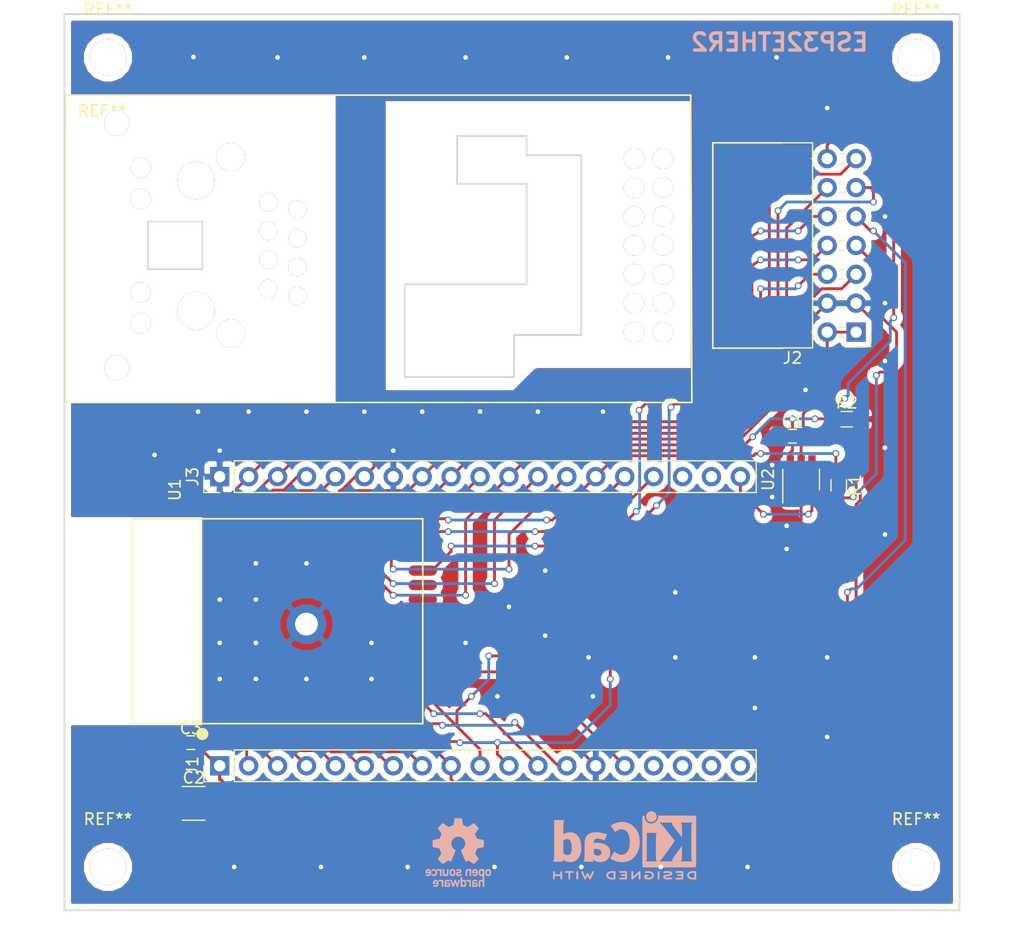
<source format=kicad_pcb>
(kicad_pcb (version 4) (host pcbnew 4.0.6)
  (layers (0 F.Cu signal) (31 B.Cu signal) (34 B.Paste user) (35 F.Paste user) (36 B.SilkS user) (37 F.SilkS user) (38 B.Mask user) (39 F.Mask user) (44 Edge.Cuts user))
  (net 0 "")
  (net 1 GND)
  (net 2 +3V3)
  (net 3 "Net-(J1-Pad2)")
  (net 4 "Net-(J1-Pad3)")
  (net 5 "Net-(J1-Pad4)")
  (net 6 "Net-(J1-Pad5)")
  (net 7 "Net-(J1-Pad6)")
  (net 8 "Net-(J1-Pad7)")
  (net 9 "Net-(J1-Pad8)")
  (net 10 /RX0)
  (net 11 /RX1)
  (net 12 /CRS)
  (net 13 "Net-(J1-Pad12)")
  (net 14 "Net-(J1-Pad13)")
  (net 15 "Net-(J1-Pad15)")
  (net 16 "Net-(J1-Pad16)")
  (net 17 "Net-(J1-Pad17)")
  (net 18 "Net-(J1-Pad18)")
  (net 19 "Net-(J1-Pad19)")
  (net 20 /MDIO)
  (net 21 /MDC)
  (net 22 "Net-(J2-Pad7)")
  (net 23 /TX_EN)
  (net 24 /TX0)
  (net 25 /TX1)
  (net 26 "Net-(J2-Pad14)")
  (net 27 "Net-(J3-Pad4)")
  (net 28 "Net-(J3-Pad5)")
  (net 29 "Net-(J3-Pad10)")
  (net 30 "Net-(J3-Pad12)")
  (net 31 "Net-(J3-Pad13)")
  (net 32 "Net-(J3-Pad14)")
  (net 33 "Net-(J3-Pad15)")
  (net 34 "Net-(J3-Pad16)")
  (net 35 "Net-(J3-Pad17)")
  (net 36 "Net-(J3-Pad18)")
  (net 37 "Net-(J3-Pad19)")
  (net 38 "Net-(U1-Pad32)")
  (net 39 "Net-(U1-Pad22)")
  (net 40 "Net-(U1-Pad21)")
  (net 41 "Net-(U1-Pad20)")
  (net 42 "Net-(U1-Pad19)")
  (net 43 "Net-(U1-Pad18)")
  (net 44 "Net-(U1-Pad17)")
  (module esp32lan:ESP32-WROOM-fixed (layer F.Cu) (at 137.16 76.2 270)
    (fp_text reference U1 (at -11.557 9.017 270) (layer F.SilkS))
    (fp_text value ESP-WROOM-32 hide)
    (pad 38 smd oval (at -9 5.25 270) (size 2.5 0.9) (layers F.Cu F.Paste F.Mask) (net 1 GND))
    (pad 37 smd oval (at -9 3.98 270) (size 2.5 0.9) (layers F.Cu F.Paste F.Mask) (net 21 /MDC))
    (pad 36 smd oval (at -9 2.71 270) (size 2.5 0.9) (layers F.Cu F.Paste F.Mask) (net 25 /TX1))
    (pad 35 smd oval (at -9 1.44 270) (size 2.5 0.9) (layers F.Cu F.Paste F.Mask) (net 27 "Net-(J3-Pad4)"))
    (pad 34 smd oval (at -9 0.17 270) (size 2.5 0.9) (layers F.Cu F.Paste F.Mask) (net 28 "Net-(J3-Pad5)"))
    (pad 33 smd oval (at -9 -1.1 270) (size 2.5 0.9) (layers F.Cu F.Paste F.Mask) (net 23 /TX_EN))
    (pad 32 smd oval (at -9 -2.37 270) (size 2.5 0.9) (layers F.Cu F.Paste F.Mask) (net 38 "Net-(U1-Pad32)"))
    (pad 31 smd oval (at -9 -3.64 270) (size 2.5 0.9) (layers F.Cu F.Paste F.Mask) (net 24 /TX0))
    (pad 30 smd oval (at -9 -4.91 270) (size 2.5 0.9) (layers F.Cu F.Paste F.Mask) (net 20 /MDIO))
    (pad 29 smd oval (at -9 -6.18 270) (size 2.5 0.9) (layers F.Cu F.Paste F.Mask) (net 29 "Net-(J3-Pad10)"))
    (pad 28 smd oval (at -9 -7.45 270) (size 2.5 0.9) (layers F.Cu F.Paste F.Mask) (net 26 "Net-(J2-Pad14)"))
    (pad 27 smd oval (at -9 -8.72 270) (size 2.5 0.9) (layers F.Cu F.Paste F.Mask) (net 30 "Net-(J3-Pad12)"))
    (pad 26 smd oval (at -9 -9.99 270) (size 2.5 0.9) (layers F.Cu F.Paste F.Mask) (net 31 "Net-(J3-Pad13)"))
    (pad 25 smd oval (at -9 -11.26 270) (size 2.5 0.9) (layers F.Cu F.Paste F.Mask) (net 32 "Net-(J3-Pad14)"))
    (pad 24 smd oval (at -5.715 -12.75 270) (size 0.9 2.5) (layers F.Cu F.Paste F.Mask) (net 33 "Net-(J3-Pad15)"))
    (pad 23 smd oval (at -4.445 -12.75 270) (size 0.9 2.5) (layers F.Cu F.Paste F.Mask) (net 34 "Net-(J3-Pad16)"))
    (pad 22 smd oval (at -3.175 -12.75 270) (size 0.9 2.5) (layers F.Cu F.Paste F.Mask) (net 39 "Net-(U1-Pad22)"))
    (pad 21 smd oval (at -1.905 -12.75 270) (size 0.9 2.5) (layers F.Cu F.Paste F.Mask) (net 40 "Net-(U1-Pad21)"))
    (pad 20 smd oval (at -0.635 -12.75 270) (size 0.9 2.5) (layers F.Cu F.Paste F.Mask) (net 41 "Net-(U1-Pad20)"))
    (pad 19 smd oval (at 0.635 -12.75 270) (size 0.9 2.5) (layers F.Cu F.Paste F.Mask) (net 42 "Net-(U1-Pad19)"))
    (pad 18 smd oval (at 1.905 -12.75 270) (size 0.9 2.5) (layers F.Cu F.Paste F.Mask) (net 43 "Net-(U1-Pad18)"))
    (pad 17 smd oval (at 3.175 -12.75 270) (size 0.9 2.5) (layers F.Cu F.Paste F.Mask) (net 44 "Net-(U1-Pad17)"))
    (pad 16 smd oval (at 4.445 -12.75 270) (size 0.9 2.5) (layers F.Cu F.Paste F.Mask) (net 15 "Net-(J1-Pad15)"))
    (pad 15 smd oval (at 5.715 -12.75 270) (size 0.9 2.5) (layers F.Cu F.Paste F.Mask) (net 1 GND))
    (pad 14 smd oval (at 9 -11.26 270) (size 2.5 0.9) (layers F.Cu F.Paste F.Mask) (net 14 "Net-(J1-Pad13)"))
    (pad 13 smd oval (at 9 -9.99 270) (size 2.5 0.9) (layers F.Cu F.Paste F.Mask) (net 13 "Net-(J1-Pad12)"))
    (pad 12 smd oval (at 9 -8.72 270) (size 2.5 0.9) (layers F.Cu F.Paste F.Mask) (net 12 /CRS))
    (pad 11 smd oval (at 9 -7.45 270) (size 2.5 0.9) (layers F.Cu F.Paste F.Mask) (net 11 /RX1))
    (pad 10 smd oval (at 9 -6.18 270) (size 2.5 0.9) (layers F.Cu F.Paste F.Mask) (net 10 /RX0))
    (pad 9 smd oval (at 9 -4.91 270) (size 2.5 0.9) (layers F.Cu F.Paste F.Mask) (net 9 "Net-(J1-Pad8)"))
    (pad 8 smd oval (at 9 -3.64 270) (size 2.5 0.9) (layers F.Cu F.Paste F.Mask) (net 8 "Net-(J1-Pad7)"))
    (pad 7 smd oval (at 9 -2.37 270) (size 2.5 0.9) (layers F.Cu F.Paste F.Mask) (net 7 "Net-(J1-Pad6)"))
    (pad 6 smd oval (at 9 -1.1 270) (size 2.5 0.9) (layers F.Cu F.Paste F.Mask) (net 6 "Net-(J1-Pad5)"))
    (pad 5 smd oval (at 9 0.17 270) (size 2.5 0.9) (layers F.Cu F.Paste F.Mask) (net 5 "Net-(J1-Pad4)"))
    (pad 4 smd oval (at 9 1.44 270) (size 2.5 0.9) (layers F.Cu F.Paste F.Mask) (net 4 "Net-(J1-Pad3)"))
    (pad 3 smd oval (at 9 2.71 270) (size 2.5 0.9) (layers F.Cu F.Paste F.Mask) (net 3 "Net-(J1-Pad2)"))
    (pad 2 smd oval (at 9 3.98 270) (size 2.5 0.9) (layers F.Cu F.Paste F.Mask) (net 2 +3V3))
    (pad 1 smd oval (at 9 5.25 270) (size 2.5 0.9) (layers F.Cu F.Paste F.Mask) (net 1 GND))
    (pad 39 smd rect (at 0.3 -2.45 270) (size 6 6) (layers F.Cu F.Paste F.Mask) (net 1 GND))
    (pad 39 thru_hole circle (at 0.254 -2.54 270) (size 3.5 3.5) (drill 2) (layers *.Cu *.Mask) (net 1 GND))
  )
  (module Capacitors_SMD:C_1210_HandSoldering (layer F.Cu) (at 129.794 92.202)
    (fp_text reference C2 (at 0 -2.25) (layer F.SilkS))
    (fp_text value 100u)
    (pad 1 smd rect (at -2 0) (size 2 2.5) (layers F.Cu F.Paste F.Mask) (net 1 GND))
    (pad 2 smd rect (at 2 0) (size 2 2.5) (layers F.Cu F.Paste F.Mask) (net 2 +3V3))
  )
  (module Capacitors_SMD:C_0603_HandSoldering (layer F.Cu) (at 182.372 59.944)
    (fp_text reference C1 (at 0 -1.25) (layer F.SilkS))
    (fp_text value 0.1u)
    (pad 1 smd rect (at -0.95 0) (size 1.2 0.75) (layers F.Cu F.Paste F.Mask) (net 1 GND))
    (pad 2 smd rect (at 0.95 0) (size 1.2 0.75) (layers F.Cu F.Paste F.Mask) (net 2 +3V3))
  )
  (module Capacitors_SMD:C_0603_HandSoldering (layer F.Cu) (at 129.54 86.868)
    (fp_text reference C3 (at 0 -1.25) (layer F.SilkS))
    (fp_text value 0.1u)
    (pad 1 smd rect (at -0.95 0) (size 1.2 0.75) (layers F.Cu F.Paste F.Mask) (net 1 GND))
    (pad 2 smd rect (at 0.95 0) (size 1.2 0.75) (layers F.Cu F.Paste F.Mask) (net 2 +3V3))
  )
  (module Pin_Headers:Pin_Header_Straight_1x19_Pitch2.54mm (layer F.Cu) (at 132.08 88.9 90)
    (fp_text reference J1 (at 0 -2.39 90) (layer F.SilkS))
    (fp_text value CONN_01X19)
    (pad 1 thru_hole rect (at 0 0 90) (size 1.7 1.7) (drill 1) (layers *.Cu *.Mask) (net 2 +3V3))
    (pad 2 thru_hole oval (at 0 2.54 90) (size 1.7 1.7) (drill 1) (layers *.Cu *.Mask) (net 3 "Net-(J1-Pad2)"))
    (pad 3 thru_hole oval (at 0 5.08 90) (size 1.7 1.7) (drill 1) (layers *.Cu *.Mask) (net 4 "Net-(J1-Pad3)"))
    (pad 4 thru_hole oval (at 0 7.62 90) (size 1.7 1.7) (drill 1) (layers *.Cu *.Mask) (net 5 "Net-(J1-Pad4)"))
    (pad 5 thru_hole oval (at 0 10.16 90) (size 1.7 1.7) (drill 1) (layers *.Cu *.Mask) (net 6 "Net-(J1-Pad5)"))
    (pad 6 thru_hole oval (at 0 12.7 90) (size 1.7 1.7) (drill 1) (layers *.Cu *.Mask) (net 7 "Net-(J1-Pad6)"))
    (pad 7 thru_hole oval (at 0 15.24 90) (size 1.7 1.7) (drill 1) (layers *.Cu *.Mask) (net 8 "Net-(J1-Pad7)"))
    (pad 8 thru_hole oval (at 0 17.78 90) (size 1.7 1.7) (drill 1) (layers *.Cu *.Mask) (net 9 "Net-(J1-Pad8)"))
    (pad 9 thru_hole oval (at 0 20.32 90) (size 1.7 1.7) (drill 1) (layers *.Cu *.Mask) (net 10 /RX0))
    (pad 10 thru_hole oval (at 0 22.86 90) (size 1.7 1.7) (drill 1) (layers *.Cu *.Mask) (net 11 /RX1))
    (pad 11 thru_hole oval (at 0 25.4 90) (size 1.7 1.7) (drill 1) (layers *.Cu *.Mask) (net 12 /CRS))
    (pad 12 thru_hole oval (at 0 27.94 90) (size 1.7 1.7) (drill 1) (layers *.Cu *.Mask) (net 13 "Net-(J1-Pad12)"))
    (pad 13 thru_hole oval (at 0 30.48 90) (size 1.7 1.7) (drill 1) (layers *.Cu *.Mask) (net 14 "Net-(J1-Pad13)"))
    (pad 14 thru_hole oval (at 0 33.02 90) (size 1.7 1.7) (drill 1) (layers *.Cu *.Mask) (net 1 GND))
    (pad 15 thru_hole oval (at 0 35.56 90) (size 1.7 1.7) (drill 1) (layers *.Cu *.Mask) (net 15 "Net-(J1-Pad15)"))
    (pad 16 thru_hole oval (at 0 38.1 90) (size 1.7 1.7) (drill 1) (layers *.Cu *.Mask) (net 16 "Net-(J1-Pad16)"))
    (pad 17 thru_hole oval (at 0 40.64 90) (size 1.7 1.7) (drill 1) (layers *.Cu *.Mask) (net 17 "Net-(J1-Pad17)"))
    (pad 18 thru_hole oval (at 0 43.18 90) (size 1.7 1.7) (drill 1) (layers *.Cu *.Mask) (net 18 "Net-(J1-Pad18)"))
    (pad 19 thru_hole oval (at 0 45.72 90) (size 1.7 1.7) (drill 1) (layers *.Cu *.Mask) (net 19 "Net-(J1-Pad19)"))
  )
  (module Pin_Headers:Pin_Header_Straight_1x19_Pitch2.54mm (layer F.Cu) (at 132.08 63.5 90)
    (fp_text reference J3 (at 0 -2.39 90) (layer F.SilkS))
    (fp_text value CONN_01X19)
    (pad 1 thru_hole rect (at 0 0 90) (size 1.7 1.7) (drill 1) (layers *.Cu *.Mask) (net 1 GND))
    (pad 2 thru_hole oval (at 0 2.54 90) (size 1.7 1.7) (drill 1) (layers *.Cu *.Mask) (net 21 /MDC))
    (pad 3 thru_hole oval (at 0 5.08 90) (size 1.7 1.7) (drill 1) (layers *.Cu *.Mask) (net 25 /TX1))
    (pad 4 thru_hole oval (at 0 7.62 90) (size 1.7 1.7) (drill 1) (layers *.Cu *.Mask) (net 27 "Net-(J3-Pad4)"))
    (pad 5 thru_hole oval (at 0 10.16 90) (size 1.7 1.7) (drill 1) (layers *.Cu *.Mask) (net 28 "Net-(J3-Pad5)"))
    (pad 6 thru_hole oval (at 0 12.7 90) (size 1.7 1.7) (drill 1) (layers *.Cu *.Mask) (net 23 /TX_EN))
    (pad 7 thru_hole oval (at 0 15.24 90) (size 1.7 1.7) (drill 1) (layers *.Cu *.Mask) (net 1 GND))
    (pad 8 thru_hole oval (at 0 17.78 90) (size 1.7 1.7) (drill 1) (layers *.Cu *.Mask) (net 24 /TX0))
    (pad 9 thru_hole oval (at 0 20.32 90) (size 1.7 1.7) (drill 1) (layers *.Cu *.Mask) (net 20 /MDIO))
    (pad 10 thru_hole oval (at 0 22.86 90) (size 1.7 1.7) (drill 1) (layers *.Cu *.Mask) (net 29 "Net-(J3-Pad10)"))
    (pad 11 thru_hole oval (at 0 25.4 90) (size 1.7 1.7) (drill 1) (layers *.Cu *.Mask) (net 26 "Net-(J2-Pad14)"))
    (pad 12 thru_hole oval (at 0 27.94 90) (size 1.7 1.7) (drill 1) (layers *.Cu *.Mask) (net 30 "Net-(J3-Pad12)"))
    (pad 13 thru_hole oval (at 0 30.48 90) (size 1.7 1.7) (drill 1) (layers *.Cu *.Mask) (net 31 "Net-(J3-Pad13)"))
    (pad 14 thru_hole oval (at 0 33.02 90) (size 1.7 1.7) (drill 1) (layers *.Cu *.Mask) (net 32 "Net-(J3-Pad14)"))
    (pad 15 thru_hole oval (at 0 35.56 90) (size 1.7 1.7) (drill 1) (layers *.Cu *.Mask) (net 33 "Net-(J3-Pad15)"))
    (pad 16 thru_hole oval (at 0 38.1 90) (size 1.7 1.7) (drill 1) (layers *.Cu *.Mask) (net 34 "Net-(J3-Pad16)"))
    (pad 17 thru_hole oval (at 0 40.64 90) (size 1.7 1.7) (drill 1) (layers *.Cu *.Mask) (net 35 "Net-(J3-Pad17)"))
    (pad 18 thru_hole oval (at 0 43.18 90) (size 1.7 1.7) (drill 1) (layers *.Cu *.Mask) (net 36 "Net-(J3-Pad18)"))
    (pad 19 thru_hole oval (at 0 45.72 90) (size 1.7 1.7) (drill 1) (layers *.Cu *.Mask) (net 37 "Net-(J3-Pad19)"))
  )
  (module Resistors_SMD:R_0603_HandSoldering (layer F.Cu) (at 186.436 64.262 270)
    (fp_text reference R1 (at 0 -1.45 270) (layer F.SilkS))
    (fp_text value 75)
    (pad 1 smd rect (at -1.1 0 270) (size 1.2 0.9) (layers F.Cu F.Paste F.Mask) (net 32 "Net-(J3-Pad14)"))
    (pad 2 smd rect (at 1.1 0 270) (size 1.2 0.9) (layers F.Cu F.Paste F.Mask) (net 22 "Net-(J2-Pad7)"))
  )
  (module TO_SOT_Packages_SMD:SOT-23-6_Handsoldering (layer F.Cu) (at 183.134 63.754 90)
    (fp_text reference U2 (at 0 -2.9 90) (layer F.SilkS))
    (fp_text value TS5A3157)
    (pad 1 smd rect (at -1.35 -0.95 90) (size 1.56 0.65) (layers F.Cu F.Paste F.Mask) (net 22 "Net-(J2-Pad7)"))
    (pad 2 smd rect (at -1.35 0 90) (size 1.56 0.65) (layers F.Cu F.Paste F.Mask) (net 1 GND))
    (pad 3 smd rect (at -1.35 0.95 90) (size 1.56 0.65) (layers F.Cu F.Paste F.Mask) (net 37 "Net-(J3-Pad19)"))
    (pad 4 smd rect (at 1.35 0.95 90) (size 1.56 0.65) (layers F.Cu F.Paste F.Mask) (net 32 "Net-(J3-Pad14)"))
    (pad 6 smd rect (at 1.35 -0.95 90) (size 1.56 0.65) (layers F.Cu F.Paste F.Mask) (net 26 "Net-(J2-Pad14)"))
    (pad 5 smd rect (at 1.35 0 90) (size 1.56 0.65) (layers F.Cu F.Paste F.Mask) (net 2 +3V3))
  )
  (module esp32lan:MountingHole_3.2mm_M3 (layer F.Cu) (at 122.27 26.67)
    (fp_text reference REF** (at 0 -4.2) (layer F.SilkS))
    (fp_text value MountingHole_3.2mm_M3)
    (pad 1 thru_hole circle (at 0 0) (size 3.2 3.2) (drill 3.2) (layers *.Cu *.Mask))
  )
  (module esp32lan:MountingHole_3.2mm_M3 (layer F.Cu) (at 122.27 97.79)
    (fp_text reference REF** (at 0 -4.2) (layer F.SilkS))
    (fp_text value MountingHole_3.2mm_M3)
    (pad 1 thru_hole circle (at 0 0) (size 3.2 3.2) (drill 3.2) (layers *.Cu *.Mask))
  )
  (module esp32lan:MountingHole_3.2mm_M3 (layer F.Cu) (at 193.23 97.79)
    (fp_text reference REF** (at 0 -4.2) (layer F.SilkS))
    (fp_text value MountingHole_3.2mm_M3)
    (pad 1 thru_hole circle (at 0 0) (size 3.2 3.2) (drill 3.2) (layers *.Cu *.Mask))
  )
  (module esp32lan:MountingHole_3.2mm_M3 (layer F.Cu) (at 193.23 26.67)
    (fp_text reference REF** (at 0 -4.2) (layer F.SilkS))
    (fp_text value MountingHole_3.2mm_M3)
    (pad 1 thru_hole circle (at 0 0) (size 3.2 3.2) (drill 3.2) (layers *.Cu *.Mask))
  )
  (module Symbols:KiCad-Logo2_6mm_SilkScreen (layer B.Cu) (at 167.64 95.885 180)
    (fp_text reference REF*** hide)
    (fp_text value KiCad-Logo2_6mm_SilkScreen hide)
  )
  (module Symbols:OSHW-Logo_5.7x6mm_SilkScreen (layer B.Cu) (at 153.035 96.52 180)
    (fp_text reference REF*** hide)
    (fp_text value OSHW-Logo_5.7x6mm_SilkScreen hide)
  )
  (module esp32lan:Mount_WS_LAN8720 (layer F.Cu) (at 173.54 43.18)
    (fp_text reference REF** (at -51.78 -11.8) (layer F.SilkS))
    (fp_text value Mount_WS_LAN8720)
    (pad HC thru_hole circle (at -2.54 7.62) (size 1.8 1.8) (drill 1.8) (layers *.Cu *.Mask))
    (pad HC thru_hole circle (at -2.54 5.08) (size 1.8 1.8) (drill 1.8) (layers *.Cu *.Mask))
    (pad HC thru_hole circle (at -2.54 2.54) (size 1.8 1.8) (drill 1.8) (layers *.Cu *.Mask))
    (pad HC thru_hole circle (at -2.54 0) (size 1.8 1.8) (drill 1.8) (layers *.Cu *.Mask))
    (pad HC thru_hole circle (at -2.54 -2.54) (size 1.8 1.8) (drill 1.8) (layers *.Cu *.Mask))
    (pad HC thru_hole circle (at -2.54 -5.08) (size 1.8 1.8) (drill 1.8) (layers *.Cu *.Mask))
    (pad HC thru_hole circle (at -2.54 -7.62) (size 1.8 1.8) (drill 1.8) (layers *.Cu *.Mask))
    (pad HC thru_hole circle (at -5.08 -5.08) (size 1.8 1.8) (drill 1.8) (layers *.Cu *.Mask))
    (pad HC thru_hole circle (at -5.08 -7.62) (size 1.8 1.8) (drill 1.8) (layers *.Cu *.Mask))
    (pad HC thru_hole circle (at -5.08 -2.54) (size 1.8 1.8) (drill 1.8) (layers *.Cu *.Mask))
    (pad HC thru_hole circle (at -5.08 0) (size 1.8 1.8) (drill 1.8) (layers *.Cu *.Mask))
    (pad HC thru_hole circle (at -5.08 2.54) (size 1.8 1.8) (drill 1.8) (layers *.Cu *.Mask))
    (pad HC thru_hole circle (at -5.08 5.08) (size 1.8 1.8) (drill 1.8) (layers *.Cu *.Mask))
    (pad Hole thru_hole circle (at -43.54 -5.72) (size 3.3 3.3) (drill 3.3) (layers *.Cu *.Mask))
    (pad Hole thru_hole circle (at -43.54 5.72) (size 3.3 3.3) (drill 3.3) (layers *.Cu *.Mask))
    (pad HR8 thru_hole circle (at -37.19 3.81) (size 1.6 1.6) (drill 1.6) (layers *.Cu *.Mask))
    (pad HR7 thru_hole circle (at -34.65 4.45) (size 1.6 1.6) (drill 1.6) (layers *.Cu *.Mask))
    (pad HR6 thru_hole circle (at -37.19 1.27 270) (size 1.6 1.6) (drill 1.6) (layers *.Cu *.Mask))
    (pad HR5 thru_hole circle (at -34.65 1.9) (size 1.6 1.6) (drill 1.6) (layers *.Cu *.Mask))
    (pad HR4 thru_hole circle (at -37.19 -1.27) (size 1.6 1.6) (drill 1.6) (layers *.Cu *.Mask))
    (pad HR3 thru_hole circle (at -34.65 -0.64) (size 1.6 1.6) (drill 1.6) (layers *.Cu *.Mask))
    (pad HR2 thru_hole circle (at -37.19 -3.81) (size 1.6 1.6) (drill 1.6) (layers *.Cu *.Mask))
    (pad HR13 thru_hole circle (at -40.49 -7.75) (size 2.5 2.5) (drill 2.5) (layers *.Cu *.Mask))
    (pad HR13 thru_hole circle (at -40.49 7.75) (size 2.5 2.5) (drill 2.5) (layers *.Cu *.Mask))
    (pad HR1 thru_hole circle (at -34.65 -3.17) (size 1.6 1.6) (drill 1.6) (layers *.Cu *.Mask))
    (pad HR9 thru_hole circle (at -48.4 -6.84 90) (size 1.8 1.8) (drill 1.8) (layers *.Cu *.Mask))
    (pad HR10 thru_hole circle (at -48.4 -4.08 90) (size 1.8 1.8) (drill 1.8) (layers *.Cu *.Mask))
    (pad HR11 thru_hole circle (at -48.4 4.12 90) (size 1.8 1.8) (drill 1.8) (layers *.Cu *.Mask))
    (pad HR12 thru_hole circle (at -48.4 6.84 90) (size 1.8 1.8) (drill 1.8) (layers *.Cu *.Mask))
    (pad HC thru_hole circle (at -5.08 7.62) (size 1.8 1.8) (drill 1.8) (layers *.Cu *.Mask))
    (pad HM thru_hole circle (at -50.5 -10.75) (size 2.2 2.2) (drill 2.2) (layers *.Cu *.Mask))
    (pad HM thru_hole circle (at -50.5 10.75) (size 2.2 2.2) (drill 2.2) (layers *.Cu *.Mask))
  )
  (module esp32lan:Pin_Socket_Angled_2x07_Pitch2.54mm (layer F.Cu) (at 187.96 50.8 180)
    (fp_text reference J2 (at 5.585 -2.27 180) (layer F.SilkS))
    (fp_text value CONN_02X07)
    (pad 1 thru_hole rect (at 0 0 180) (size 1.7 1.7) (drill 1) (layers *.Cu *.Mask) (net 2 +3V3))
    (pad 2 thru_hole oval (at 2.54 0 180) (size 1.7 1.7) (drill 1) (layers *.Cu *.Mask) (net 2 +3V3))
    (pad 3 thru_hole oval (at 0 2.54 180) (size 1.7 1.7) (drill 1) (layers *.Cu *.Mask) (net 1 GND))
    (pad 4 thru_hole oval (at 2.54 2.54 180) (size 1.7 1.7) (drill 1) (layers *.Cu *.Mask) (net 1 GND))
    (pad 5 thru_hole oval (at 0 5.08 180) (size 1.7 1.7) (drill 1) (layers *.Cu *.Mask) (net 20 /MDIO))
    (pad 6 thru_hole oval (at 2.54 5.08 180) (size 1.7 1.7) (drill 1) (layers *.Cu *.Mask) (net 21 /MDC))
    (pad 7 thru_hole oval (at 0 7.62 180) (size 1.7 1.7) (drill 1) (layers *.Cu *.Mask) (net 22 "Net-(J2-Pad7)"))
    (pad 8 thru_hole oval (at 2.54 7.62 180) (size 1.7 1.7) (drill 1) (layers *.Cu *.Mask) (net 12 /CRS))
    (pad 9 thru_hole oval (at 0 10.16 180) (size 1.7 1.7) (drill 1) (layers *.Cu *.Mask) (net 10 /RX0))
    (pad 10 thru_hole oval (at 2.54 10.16 180) (size 1.7 1.7) (drill 1) (layers *.Cu *.Mask) (net 11 /RX1))
    (pad 11 thru_hole oval (at 0 12.7 180) (size 1.7 1.7) (drill 1) (layers *.Cu *.Mask) (net 23 /TX_EN))
    (pad 12 thru_hole oval (at 2.54 12.7 180) (size 1.7 1.7) (drill 1) (layers *.Cu *.Mask) (net 24 /TX0))
    (pad 13 thru_hole oval (at 0 15.24 180) (size 1.7 1.7) (drill 1) (layers *.Cu *.Mask) (net 25 /TX1))
    (pad 14 thru_hole oval (at 2.54 15.24 180) (size 1.7 1.7) (drill 1) (layers *.Cu *.Mask) (net 26 "Net-(J2-Pad14)"))
  )
  (module Resistors_SMD:R_0603_HandSoldering (layer F.Cu) (at 187.14 58.45)
    (fp_text reference R2 (at 0 -1.45) (layer F.SilkS))
    (fp_text value 5k)
    (pad 1 smd rect (at -1.1 0) (size 1.2 0.9) (layers F.Cu F.Paste F.Mask) (net 26 "Net-(J2-Pad14)"))
    (pad 2 smd rect (at 1.1 0) (size 1.2 0.9) (layers F.Cu F.Paste F.Mask) (net 1 GND))
  )
  (gr_text ESP32ETHER2 (at 181.24 25.34) (layer B.SilkS) (effects (font (size 1.5 1.5) (thickness 0.3)) (justify mirror)))
  (gr_line (start 159.02 33.57) (end 152.93 33.57) (angle 90) (layer Edge.Cuts) (width 0.15))
  (gr_line (start 159.03 35.26) (end 159.03 33.61) (angle 90) (layer Edge.Cuts) (width 0.15))
  (gr_line (start 163.83 35.26) (end 159.03 35.26) (angle 90) (layer Edge.Cuts) (width 0.15))
  (gr_line (start 163.83 51.05) (end 163.83 35.26) (angle 90) (layer Edge.Cuts) (width 0.15))
  (gr_line (start 157.92 51.05) (end 163.83 51.05) (angle 90) (layer Edge.Cuts) (width 0.15))
  (gr_line (start 157.92 54.75) (end 157.92 51.05) (angle 90) (layer Edge.Cuts) (width 0.15))
  (gr_line (start 148.32 54.75) (end 157.92 54.75) (angle 90) (layer Edge.Cuts) (width 0.15))
  (gr_line (start 148.32 46.6) (end 148.32 54.75) (angle 90) (layer Edge.Cuts) (width 0.15))
  (gr_line (start 159.03 46.6) (end 148.32 46.6) (angle 90) (layer Edge.Cuts) (width 0.15))
  (gr_line (start 159.03 37.76) (end 159.03 46.6) (angle 90) (layer Edge.Cuts) (width 0.15))
  (gr_line (start 152.93 37.76) (end 159.03 37.76) (angle 90) (layer Edge.Cuts) (width 0.15))
  (gr_line (start 152.93 33.57) (end 152.93 37.76) (angle 90) (layer Edge.Cuts) (width 0.15))
  (gr_line (start 125.75 41.09) (end 125.75 41.1) (angle 90) (layer Edge.Cuts) (width 0.15))
  (gr_line (start 130.56 41.09) (end 125.75 41.09) (angle 90) (layer Edge.Cuts) (width 0.15))
  (gr_line (start 130.56 45.28) (end 130.56 41.09) (angle 90) (layer Edge.Cuts) (width 0.15))
  (gr_line (start 125.76 45.28) (end 130.56 45.28) (angle 90) (layer Edge.Cuts) (width 0.15))
  (gr_line (start 125.76 41.09) (end 125.76 45.28) (angle 90) (layer Edge.Cuts) (width 0.15))
  (gr_line (start 118.45 22.86) (end 118.45 22.85) (angle 90) (layer Edge.Cuts) (width 0.15))
  (gr_line (start 197.04 22.86) (end 118.45 22.86) (angle 90) (layer Edge.Cuts) (width 0.15))
  (gr_line (start 197.04 101.6) (end 197.04 22.86) (angle 90) (layer Edge.Cuts) (width 0.15))
  (gr_line (start 118.45 101.6) (end 197.04 101.6) (angle 90) (layer Edge.Cuts) (width 0.15))
  (gr_line (start 118.45 22.86) (end 118.45 101.6) (angle 90) (layer Edge.Cuts) (width 0.15))
  (segment (start 190.49 59.58) (end 189.36 58.45) (width 0.25) (layer F.Cu) (net 1))
  (segment (start 189.36 58.45) (end 188.24 58.45) (width 0.25) (layer F.Cu) (net 1))
  (segment (start 190.49 60.525736) (end 190.49 59.58) (width 0.25) (layer F.Cu) (net 1))
  (segment (start 190.5 60.96) (end 190.5 60.535736) (width 0.25) (layer F.Cu) (net 1))
  (segment (start 190.5 60.535736) (end 190.49 60.525736) (width 0.25) (layer F.Cu) (net 1))
  (segment (start 132.08 61.214) (end 128.146 61.214) (width 0.25) (layer F.Cu) (net 1))
  (via (at 144.78 57.785) (size 0.6) (drill 0.4) (layers F.Cu B.Cu) (net 1))
  (segment (start 139.7 57.785) (end 144.78 57.785) (width 0.25) (layer F.Cu) (net 1))
  (via (at 139.7 57.785) (size 0.6) (drill 0.4) (layers F.Cu B.Cu) (net 1))
  (segment (start 139.7 57.785) (end 134.62 57.785) (width 0.25) (layer B.Cu) (net 1))
  (via (at 134.62 57.785) (size 0.6) (drill 0.4) (layers F.Cu B.Cu) (net 1))
  (segment (start 134.62 57.785) (end 130.175 57.785) (width 0.25) (layer F.Cu) (net 1))
  (via (at 130.175 57.785) (size 0.6) (drill 0.4) (layers F.Cu B.Cu) (net 1))
  (segment (start 126.365 61.595) (end 130.175 57.785) (width 0.25) (layer B.Cu) (net 1))
  (via (at 126.365 61.595) (size 0.6) (drill 0.4) (layers F.Cu B.Cu) (net 1))
  (segment (start 126.365 61.595) (end 127.765 61.595) (width 0.25) (layer F.Cu) (net 1))
  (segment (start 128.146 61.214) (end 127.765 61.595) (width 0.25) (layer F.Cu) (net 1))
  (segment (start 137.16 26.67) (end 129.81 26.67) (width 0.25) (layer F.Cu) (net 1))
  (segment (start 129.81 26.67) (end 129.77 26.63) (width 0.25) (layer F.Cu) (net 1))
  (via (at 129.77 26.63) (size 0.6) (drill 0.4) (layers F.Cu B.Cu) (net 1))
  (segment (start 129.77 26.63) (end 131.26 28.12) (width 0.25) (layer B.Cu) (net 1))
  (segment (start 131.26 28.12) (end 144.63 28.12) (width 0.25) (layer B.Cu) (net 1))
  (segment (start 144.63 28.12) (end 144.78 28.27) (width 0.25) (layer B.Cu) (net 1))
  (segment (start 144.78 28.27) (end 144.78 57.785) (width 0.25) (layer B.Cu) (net 1))
  (via (at 190.5 48.26) (size 0.6) (drill 0.4) (layers F.Cu B.Cu) (net 1))
  (segment (start 190.5 48.26) (end 190.5 40.64) (width 0.25) (layer F.Cu) (net 1))
  (via (at 190.5 40.64) (size 0.6) (drill 0.4) (layers F.Cu B.Cu) (net 1))
  (segment (start 190.5 40.64) (end 190.5 32.385) (width 0.25) (layer B.Cu) (net 1))
  (segment (start 190.5 32.385) (end 189.23 31.115) (width 0.25) (layer B.Cu) (net 1))
  (segment (start 189.23 31.115) (end 185.42 31.115) (width 0.25) (layer B.Cu) (net 1))
  (via (at 185.42 31.115) (size 0.6) (drill 0.4) (layers F.Cu B.Cu) (net 1))
  (segment (start 185.42 31.115) (end 180.975 26.67) (width 0.25) (layer F.Cu) (net 1))
  (via (at 180.975 26.67) (size 0.6) (drill 0.4) (layers F.Cu B.Cu) (net 1))
  (segment (start 180.975 26.67) (end 171.45 26.67) (width 0.25) (layer B.Cu) (net 1))
  (via (at 171.45 26.67) (size 0.6) (drill 0.4) (layers F.Cu B.Cu) (net 1))
  (segment (start 171.45 26.67) (end 162.56 26.67) (width 0.25) (layer F.Cu) (net 1))
  (via (at 162.56 26.67) (size 0.6) (drill 0.4) (layers F.Cu B.Cu) (net 1))
  (segment (start 162.56 26.67) (end 153.67 26.67) (width 0.25) (layer B.Cu) (net 1))
  (via (at 153.67 26.67) (size 0.6) (drill 0.4) (layers F.Cu B.Cu) (net 1))
  (segment (start 153.67 26.67) (end 144.78 26.67) (width 0.25) (layer F.Cu) (net 1))
  (via (at 144.78 26.67) (size 0.6) (drill 0.4) (layers F.Cu B.Cu) (net 1))
  (segment (start 144.78 26.67) (end 137.16 26.67) (width 0.25) (layer B.Cu) (net 1))
  (via (at 137.16 26.67) (size 0.6) (drill 0.4) (layers F.Cu B.Cu) (net 1))
  (segment (start 187.96 48.26) (end 190.5 48.26) (width 0.25) (layer B.Cu) (net 1))
  (segment (start 183.007 56.007) (end 183.388 56.007) (width 0.25) (layer F.Cu) (net 1))
  (segment (start 183.388 56.007) (end 183.515 55.88) (width 0.25) (layer F.Cu) (net 1))
  (via (at 183.515 55.88) (size 0.6) (drill 0.4) (layers F.Cu B.Cu) (net 1))
  (segment (start 183.515 55.88) (end 182.88 56.515) (width 0.25) (layer B.Cu) (net 1))
  (segment (start 182.88 56.515) (end 167.005 56.515) (width 0.25) (layer B.Cu) (net 1))
  (segment (start 167.005 56.515) (end 165.735 57.785) (width 0.25) (layer B.Cu) (net 1))
  (via (at 165.735 57.785) (size 0.6) (drill 0.4) (layers F.Cu B.Cu) (net 1))
  (segment (start 165.735 57.785) (end 160.02 57.785) (width 0.25) (layer F.Cu) (net 1))
  (via (at 160.02 57.785) (size 0.6) (drill 0.4) (layers F.Cu B.Cu) (net 1))
  (segment (start 160.02 57.785) (end 154.94 57.785) (width 0.25) (layer B.Cu) (net 1))
  (via (at 154.94 57.785) (size 0.6) (drill 0.4) (layers F.Cu B.Cu) (net 1))
  (segment (start 154.94 57.785) (end 149.86 57.785) (width 0.25) (layer F.Cu) (net 1))
  (via (at 149.86 57.785) (size 0.6) (drill 0.4) (layers F.Cu B.Cu) (net 1))
  (segment (start 149.86 57.785) (end 144.78 57.785) (width 0.25) (layer B.Cu) (net 1))
  (segment (start 161.29 78.105) (end 160.655 77.47) (width 0.25) (layer B.Cu) (net 1))
  (segment (start 143.81 76.5) (end 145.415 78.105) (width 0.25) (layer F.Cu) (net 1))
  (via (at 145.415 78.105) (size 0.6) (drill 0.4) (layers F.Cu B.Cu) (net 1))
  (segment (start 161.29 78.105) (end 162.56 79.375) (width 0.25) (layer B.Cu) (net 1))
  (segment (start 164.465 79.375) (end 162.56 79.375) (width 0.25) (layer B.Cu) (net 1))
  (segment (start 143.81 76.5) (end 139.61 76.5) (width 0.25) (layer F.Cu) (net 1))
  (segment (start 153.67 78.105) (end 145.415 78.105) (width 0.25) (layer B.Cu) (net 1))
  (via (at 153.67 78.105) (size 0.6) (drill 0.4) (layers F.Cu B.Cu) (net 1))
  (segment (start 156.845 78.105) (end 153.67 78.105) (width 0.25) (layer F.Cu) (net 1))
  (segment (start 157.48 77.47) (end 156.845 78.105) (width 0.25) (layer F.Cu) (net 1))
  (segment (start 157.48 74.93) (end 157.48 77.47) (width 0.25) (layer F.Cu) (net 1))
  (via (at 157.48 74.93) (size 0.6) (drill 0.4) (layers F.Cu B.Cu) (net 1))
  (segment (start 160.655 71.755) (end 157.48 74.93) (width 0.25) (layer B.Cu) (net 1))
  (via (at 160.655 71.755) (size 0.6) (drill 0.4) (layers F.Cu B.Cu) (net 1))
  (segment (start 160.655 77.47) (end 160.655 71.755) (width 0.25) (layer F.Cu) (net 1))
  (via (at 160.655 77.47) (size 0.6) (drill 0.4) (layers F.Cu B.Cu) (net 1))
  (segment (start 127.794 92.202) (end 127.794 92.234) (width 0.25) (layer F.Cu) (net 1))
  (segment (start 127.794 92.234) (end 133.35 97.79) (width 0.25) (layer F.Cu) (net 1))
  (via (at 133.35 97.79) (size 0.6) (drill 0.4) (layers F.Cu B.Cu) (net 1))
  (segment (start 133.35 97.79) (end 140.97 97.79) (width 0.25) (layer B.Cu) (net 1))
  (via (at 140.97 97.79) (size 0.6) (drill 0.4) (layers F.Cu B.Cu) (net 1))
  (segment (start 140.97 97.79) (end 148.59 97.79) (width 0.25) (layer F.Cu) (net 1))
  (via (at 148.59 97.79) (size 0.6) (drill 0.4) (layers F.Cu B.Cu) (net 1))
  (segment (start 148.59 97.79) (end 156.21 97.79) (width 0.25) (layer B.Cu) (net 1))
  (via (at 156.21 97.79) (size 0.6) (drill 0.4) (layers F.Cu B.Cu) (net 1))
  (segment (start 156.21 97.79) (end 163.83 97.79) (width 0.25) (layer F.Cu) (net 1))
  (via (at 163.83 97.79) (size 0.6) (drill 0.4) (layers F.Cu B.Cu) (net 1))
  (segment (start 163.83 97.79) (end 170.815 97.79) (width 0.25) (layer B.Cu) (net 1))
  (via (at 170.815 97.79) (size 0.6) (drill 0.4) (layers F.Cu B.Cu) (net 1))
  (segment (start 170.815 97.79) (end 178.435 97.79) (width 0.25) (layer F.Cu) (net 1))
  (via (at 178.435 97.79) (size 0.6) (drill 0.4) (layers F.Cu B.Cu) (net 1))
  (segment (start 178.435 97.79) (end 185.42 90.805) (width 0.25) (layer B.Cu) (net 1))
  (segment (start 185.42 90.805) (end 185.42 86.36) (width 0.25) (layer B.Cu) (net 1))
  (via (at 185.42 86.36) (size 0.6) (drill 0.4) (layers F.Cu B.Cu) (net 1))
  (segment (start 185.42 86.36) (end 185.42 79.375) (width 0.25) (layer F.Cu) (net 1))
  (via (at 185.42 79.375) (size 0.6) (drill 0.4) (layers F.Cu B.Cu) (net 1))
  (segment (start 185.42 79.375) (end 179.07 79.375) (width 0.25) (layer B.Cu) (net 1))
  (via (at 179.07 79.375) (size 0.6) (drill 0.4) (layers F.Cu B.Cu) (net 1))
  (segment (start 179.07 79.375) (end 179.07 83.82) (width 0.25) (layer F.Cu) (net 1))
  (via (at 179.07 83.82) (size 0.6) (drill 0.4) (layers F.Cu B.Cu) (net 1))
  (segment (start 179.07 83.82) (end 174.625 79.375) (width 0.25) (layer B.Cu) (net 1))
  (segment (start 174.625 79.375) (end 172.085 79.375) (width 0.25) (layer B.Cu) (net 1))
  (via (at 172.085 79.375) (size 0.6) (drill 0.4) (layers F.Cu B.Cu) (net 1))
  (segment (start 172.085 79.375) (end 172.085 73.66) (width 0.25) (layer F.Cu) (net 1))
  (via (at 172.085 73.66) (size 0.6) (drill 0.4) (layers F.Cu B.Cu) (net 1))
  (segment (start 172.085 73.66) (end 166.37 79.375) (width 0.25) (layer B.Cu) (net 1))
  (segment (start 166.37 79.375) (end 164.465 79.375) (width 0.25) (layer B.Cu) (net 1))
  (segment (start 164.465 82.55) (end 165.1 83.185) (width 0.25) (layer F.Cu) (net 1))
  (via (at 164.465 79.375) (size 0.6) (drill 0.4) (layers F.Cu B.Cu) (net 1))
  (segment (start 164.465 79.375) (end 164.465 82.55) (width 0.25) (layer F.Cu) (net 1))
  (segment (start 132.08 71.12) (end 135.255 71.12) (width 0.25) (layer F.Cu) (net 1))
  (via (at 135.255 71.12) (size 0.6) (drill 0.4) (layers F.Cu B.Cu) (net 1))
  (segment (start 135.255 71.12) (end 139.7 71.12) (width 0.25) (layer B.Cu) (net 1))
  (via (at 139.7 71.12) (size 0.6) (drill 0.4) (layers F.Cu B.Cu) (net 1))
  (segment (start 139.7 71.12) (end 139.61 71.21) (width 0.25) (layer F.Cu) (net 1))
  (segment (start 139.61 71.21) (end 139.61 76.5) (width 0.25) (layer F.Cu) (net 1))
  (segment (start 145.415 81.28) (end 139.7 81.28) (width 0.25) (layer B.Cu) (net 1))
  (segment (start 139.61 81.19) (end 139.61 76.5) (width 0.25) (layer F.Cu) (net 1))
  (segment (start 139.7 81.28) (end 139.61 81.19) (width 0.25) (layer F.Cu) (net 1))
  (via (at 139.7 81.28) (size 0.6) (drill 0.4) (layers F.Cu B.Cu) (net 1))
  (segment (start 145.161 81.915) (end 145.161 81.534) (width 0.25) (layer F.Cu) (net 1))
  (via (at 145.415 81.28) (size 0.6) (drill 0.4) (layers F.Cu B.Cu) (net 1))
  (segment (start 145.161 81.534) (end 145.415 81.28) (width 0.25) (layer F.Cu) (net 1))
  (segment (start 132.08 74.295) (end 132.08 78.105) (width 0.25) (layer B.Cu) (net 1))
  (segment (start 132.08 78.105) (end 132.08 81.28) (width 0.25) (layer F.Cu) (net 1))
  (via (at 132.08 78.105) (size 0.6) (drill 0.4) (layers F.Cu B.Cu) (net 1))
  (via (at 132.08 81.28) (size 0.6) (drill 0.4) (layers F.Cu B.Cu) (net 1))
  (via (at 135.255 81.28) (size 0.6) (drill 0.4) (layers F.Cu B.Cu) (net 1))
  (segment (start 132.08 81.28) (end 135.255 81.28) (width 0.25) (layer B.Cu) (net 1))
  (segment (start 135.255 81.28) (end 135.0645 81.0895) (width 0.25) (layer F.Cu) (net 1))
  (segment (start 135.0645 81.0895) (end 135.255 81.28) (width 0.25) (layer F.Cu) (net 1))
  (segment (start 135.255 74.295) (end 132.08 74.295) (width 0.25) (layer B.Cu) (net 1))
  (segment (start 132.08 74.295) (end 132.08 71.12) (width 0.25) (layer F.Cu) (net 1))
  (via (at 132.08 74.295) (size 0.6) (drill 0.4) (layers F.Cu B.Cu) (net 1))
  (segment (start 132.08 71.12) (end 135.255 74.295) (width 0.25) (layer F.Cu) (net 1))
  (segment (start 135.255 78.105) (end 132.08 81.28) (width 0.25) (layer F.Cu) (net 1))
  (segment (start 135.255 74.295) (end 135.255 78.105) (width 0.25) (layer B.Cu) (net 1))
  (via (at 135.255 78.105) (size 0.6) (drill 0.4) (layers F.Cu B.Cu) (net 1))
  (via (at 135.255 74.295) (size 0.6) (drill 0.4) (layers F.Cu B.Cu) (net 1))
  (segment (start 131.91 67.2) (end 131.91 70.95) (width 0.25) (layer F.Cu) (net 1))
  (segment (start 131.91 81.745) (end 132.08 81.915) (width 0.25) (layer F.Cu) (net 1))
  (segment (start 131.91 81.45) (end 131.91 81.745) (width 0.25) (layer F.Cu) (net 1))
  (segment (start 132.08 81.28) (end 131.91 81.45) (width 0.25) (layer F.Cu) (net 1))
  (segment (start 131.91 70.95) (end 132.08 71.12) (width 0.25) (layer F.Cu) (net 1))
  (segment (start 128.59 86.868) (end 128.59 91.406) (width 0.25) (layer F.Cu) (net 1))
  (segment (start 128.59 91.406) (end 127.794 92.202) (width 0.25) (layer F.Cu) (net 1))
  (segment (start 132.08 63.5) (end 132.08 61.214) (width 0.25) (layer F.Cu) (net 1))
  (via (at 132.08 61.214) (size 0.6) (drill 0.4) (layers F.Cu B.Cu) (net 1))
  (segment (start 147.32 61.214) (end 132.08 61.214) (width 0.25) (layer B.Cu) (net 1))
  (via (at 147.32 61.214) (size 0.6) (drill 0.4) (layers F.Cu B.Cu) (net 1))
  (segment (start 147.32 63.5) (end 147.32 61.214) (width 0.25) (layer F.Cu) (net 1))
  (segment (start 190.5 53.34) (end 190.5 50.8) (width 0.25) (layer F.Cu) (net 1))
  (segment (start 190.5 50.8) (end 187.96 48.26) (width 0.25) (layer F.Cu) (net 1))
  (segment (start 190.5 60.96) (end 190.5 53.34) (width 0.25) (layer B.Cu) (net 1))
  (via (at 190.5 53.34) (size 0.6) (drill 0.4) (layers F.Cu B.Cu) (net 1))
  (segment (start 190.5 68.58) (end 190.5 60.96) (width 0.25) (layer F.Cu) (net 1))
  (via (at 190.5 60.96) (size 0.6) (drill 0.4) (layers F.Cu B.Cu) (net 1))
  (segment (start 181.864 69.088) (end 181.864 69.85) (width 0.25) (layer B.Cu) (net 1))
  (segment (start 181.864 67.818) (end 181.864 69.088) (width 0.25) (layer B.Cu) (net 1))
  (segment (start 181.864 69.088) (end 189.992 69.088) (width 0.25) (layer B.Cu) (net 1))
  (via (at 190.5 68.58) (size 0.6) (drill 0.4) (layers F.Cu B.Cu) (net 1))
  (segment (start 189.992 69.088) (end 190.5 68.58) (width 0.25) (layer B.Cu) (net 1))
  (segment (start 183.134 70.104) (end 183.134 69.85) (width 0.25) (layer F.Cu) (net 1))
  (segment (start 183.134 69.85) (end 183.134 65.104) (width 0.25) (layer F.Cu) (net 1))
  (segment (start 181.864 69.85) (end 183.134 69.85) (width 0.25) (layer F.Cu) (net 1))
  (via (at 181.864 69.85) (size 0.6) (drill 0.4) (layers F.Cu B.Cu) (net 1))
  (segment (start 180.594 65.278) (end 180.594 66.548) (width 0.25) (layer F.Cu) (net 1))
  (segment (start 180.594 66.548) (end 181.864 67.818) (width 0.25) (layer F.Cu) (net 1))
  (via (at 181.864 67.818) (size 0.6) (drill 0.4) (layers F.Cu B.Cu) (net 1))
  (segment (start 180.594 62.484) (end 180.594 65.278) (width 0.25) (layer B.Cu) (net 1))
  (via (at 180.594 65.278) (size 0.6) (drill 0.4) (layers F.Cu B.Cu) (net 1))
  (segment (start 181.422 59.944) (end 181.422 61.656) (width 0.25) (layer F.Cu) (net 1))
  (segment (start 181.422 61.656) (end 180.594 62.484) (width 0.25) (layer F.Cu) (net 1))
  (via (at 180.594 62.484) (size 0.6) (drill 0.4) (layers F.Cu B.Cu) (net 1))
  (segment (start 183.134 55.88) (end 183.007 56.007) (width 0.25) (layer F.Cu) (net 1))
  (segment (start 185.42 48.26) (end 183.134 50.546) (width 0.25) (layer F.Cu) (net 1))
  (segment (start 183.134 50.546) (end 183.134 55.88) (width 0.25) (layer F.Cu) (net 1))
  (segment (start 183.007 56.007) (end 181.422 57.592) (width 0.25) (layer F.Cu) (net 1))
  (segment (start 181.422 57.592) (end 181.422 59.944) (width 0.25) (layer F.Cu) (net 1))
  (segment (start 187.96 48.26) (end 186.757919 48.26) (width 0.25) (layer F.Cu) (net 1))
  (segment (start 186.757919 48.26) (end 185.42 48.26) (width 0.25) (layer F.Cu) (net 1))
  (segment (start 170.733999 82.504001) (end 183.134 70.104) (width 0.25) (layer F.Cu) (net 1))
  (segment (start 164.846 82.804) (end 165.145999 82.504001) (width 0.25) (layer F.Cu) (net 1))
  (segment (start 165.145999 82.504001) (end 170.733999 82.504001) (width 0.25) (layer F.Cu) (net 1))
  (segment (start 156.464 82.804) (end 164.846 82.804) (width 0.25) (layer B.Cu) (net 1))
  (via (at 164.846 82.804) (size 0.6) (drill 0.4) (layers F.Cu B.Cu) (net 1))
  (segment (start 156.464 81.915) (end 159.893 81.915) (width 0.25) (layer F.Cu) (net 1))
  (segment (start 149.91 81.915) (end 156.464 81.915) (width 0.25) (layer F.Cu) (net 1))
  (via (at 156.464 82.804) (size 0.6) (drill 0.4) (layers F.Cu B.Cu) (net 1))
  (segment (start 156.464 81.915) (end 156.464 82.804) (width 0.25) (layer F.Cu) (net 1))
  (segment (start 132.08 63.5) (end 132.08 67.03) (width 0.25) (layer F.Cu) (net 1))
  (segment (start 132.08 67.03) (end 131.91 67.2) (width 0.25) (layer F.Cu) (net 1))
  (segment (start 131.91 67.2) (end 131.91 68) (width 0.25) (layer F.Cu) (net 1))
  (segment (start 139.7 75.79) (end 139.7 76.454) (width 0.25) (layer F.Cu) (net 1))
  (segment (start 131.91 68) (end 139.7 75.79) (width 0.25) (layer F.Cu) (net 1))
  (segment (start 131.91 81.704) (end 134.45 81.704) (width 0.25) (layer F.Cu) (net 1))
  (segment (start 134.45 81.704) (end 139.7 76.454) (width 0.25) (layer F.Cu) (net 1))
  (segment (start 131.91 85.2) (end 131.91 81.704) (width 0.25) (layer F.Cu) (net 1))
  (segment (start 159.893 81.915) (end 159.893 83.693) (width 0.25) (layer F.Cu) (net 1))
  (segment (start 159.893 83.693) (end 165.1 88.9) (width 0.25) (layer F.Cu) (net 1))
  (segment (start 139.7 76.454) (end 145.161 81.915) (width 0.25) (layer F.Cu) (net 1))
  (segment (start 145.161 81.915) (end 149.91 81.915) (width 0.25) (layer F.Cu) (net 1))
  (segment (start 131.91 85.2) (end 131.21 85.2) (width 0.25) (layer F.Cu) (net 1))
  (segment (start 131.21 85.2) (end 131.064 85.346) (width 0.25) (layer F.Cu) (net 1))
  (segment (start 130.81 85.852) (end 129.831 85.852) (width 0.25) (layer F.Cu) (net 1))
  (segment (start 131.064 85.346) (end 131.064 85.598) (width 0.25) (layer F.Cu) (net 1))
  (segment (start 131.064 85.598) (end 130.81 85.852) (width 0.25) (layer F.Cu) (net 1))
  (segment (start 128.815 86.868) (end 128.59 86.868) (width 0.25) (layer F.Cu) (net 1))
  (segment (start 129.831 85.852) (end 128.815 86.868) (width 0.25) (layer F.Cu) (net 1))
  (segment (start 130.49 86.868) (end 130.49 87.493) (width 0.25) (layer F.Cu) (net 2))
  (segment (start 130.49 87.493) (end 131.897 88.9) (width 0.25) (layer F.Cu) (net 2))
  (segment (start 131.897 88.9) (end 132.08 88.9) (width 0.25) (layer F.Cu) (net 2))
  (segment (start 132.08 88.9) (end 132.08 91.916) (width 0.25) (layer F.Cu) (net 2))
  (segment (start 132.08 91.916) (end 131.794 92.202) (width 0.25) (layer F.Cu) (net 2))
  (segment (start 186.69 59.944) (end 184.172 59.944) (width 0.25) (layer F.Cu) (net 2))
  (segment (start 187.96 61.214) (end 186.69 59.944) (width 0.25) (layer F.Cu) (net 2))
  (segment (start 184.172 59.944) (end 183.322 59.944) (width 0.25) (layer F.Cu) (net 2))
  (segment (start 188.331002 65.578002) (end 188.331002 64.977998) (width 0.25) (layer F.Cu) (net 2))
  (segment (start 187.96 64.606996) (end 187.96 61.214) (width 0.25) (layer F.Cu) (net 2))
  (segment (start 187.96 65.949004) (end 188.331002 65.578002) (width 0.25) (layer F.Cu) (net 2))
  (segment (start 187.96 86.36) (end 187.96 65.949004) (width 0.25) (layer F.Cu) (net 2))
  (segment (start 135.044 92.964) (end 181.356 92.964) (width 0.25) (layer F.Cu) (net 2))
  (segment (start 132.08 90) (end 135.044 92.964) (width 0.25) (layer F.Cu) (net 2))
  (segment (start 132.08 88.9) (end 132.08 90) (width 0.25) (layer F.Cu) (net 2))
  (segment (start 188.331002 64.977998) (end 187.96 64.606996) (width 0.25) (layer F.Cu) (net 2))
  (segment (start 181.356 92.964) (end 187.96 86.36) (width 0.25) (layer F.Cu) (net 2))
  (segment (start 185.42 50.8) (end 187.96 50.8) (width 0.25) (layer F.Cu) (net 2))
  (segment (start 185.42 55.88) (end 185.42 50.8) (width 0.25) (layer F.Cu) (net 2))
  (segment (start 183.322 57.978) (end 185.42 55.88) (width 0.25) (layer F.Cu) (net 2))
  (segment (start 183.322 59.944) (end 183.322 57.978) (width 0.25) (layer F.Cu) (net 2))
  (segment (start 183.134 62.404) (end 183.134 60.132) (width 0.25) (layer F.Cu) (net 2))
  (segment (start 183.134 60.132) (end 183.322 59.944) (width 0.25) (layer F.Cu) (net 2))
  (segment (start 133.18 85.2) (end 133.18 86.7) (width 0.25) (layer F.Cu) (net 2))
  (segment (start 131.34 86.868) (end 130.49 86.868) (width 0.25) (layer F.Cu) (net 2))
  (segment (start 133.18 86.7) (end 133.012 86.868) (width 0.25) (layer F.Cu) (net 2))
  (segment (start 133.012 86.868) (end 131.34 86.868) (width 0.25) (layer F.Cu) (net 2))
  (segment (start 131.826 89.154) (end 132.08 88.9) (width 0.25) (layer F.Cu) (net 2))
  (segment (start 134.45 85.2) (end 134.45 88.73) (width 0.25) (layer F.Cu) (net 3))
  (segment (start 134.45 88.73) (end 134.62 88.9) (width 0.25) (layer F.Cu) (net 3))
  (segment (start 137.16 88.9) (end 135.72 87.46) (width 0.25) (layer F.Cu) (net 4))
  (segment (start 135.72 87.46) (end 135.72 85.2) (width 0.25) (layer F.Cu) (net 4))
  (segment (start 139.7 88.9) (end 138.176 87.376) (width 0.25) (layer F.Cu) (net 5))
  (segment (start 138.176 87.376) (end 137.666 87.376) (width 0.25) (layer F.Cu) (net 5))
  (segment (start 137.666 87.376) (end 136.99 86.7) (width 0.25) (layer F.Cu) (net 5))
  (segment (start 136.99 86.7) (end 136.99 85.2) (width 0.25) (layer F.Cu) (net 5))
  (segment (start 138.26 86.7) (end 139.132011 87.572011) (width 0.25) (layer F.Cu) (net 6))
  (segment (start 139.132011 87.572011) (end 140.912011 87.572011) (width 0.25) (layer F.Cu) (net 6))
  (segment (start 138.26 85.2) (end 138.26 86.7) (width 0.25) (layer F.Cu) (net 6))
  (segment (start 140.912011 87.572011) (end 141.390001 88.050001) (width 0.25) (layer F.Cu) (net 6))
  (segment (start 141.390001 88.050001) (end 142.24 88.9) (width 0.25) (layer F.Cu) (net 6))
  (segment (start 141.838621 87.675032) (end 143.1698 87.675032) (width 0.25) (layer F.Cu) (net 7))
  (segment (start 143.1698 87.675032) (end 144.394768 88.9) (width 0.25) (layer F.Cu) (net 7))
  (segment (start 140.652 87.122) (end 141.285589 87.122) (width 0.25) (layer F.Cu) (net 7))
  (segment (start 139.53 86) (end 140.652 87.122) (width 0.25) (layer F.Cu) (net 7))
  (segment (start 139.53 85.2) (end 139.53 86) (width 0.25) (layer F.Cu) (net 7))
  (segment (start 144.394768 88.9) (end 144.78 88.9) (width 0.25) (layer F.Cu) (net 7))
  (segment (start 141.285589 87.122) (end 141.838621 87.675032) (width 0.25) (layer F.Cu) (net 7))
  (segment (start 147.044739 88.9) (end 147.32 88.9) (width 0.25) (layer F.Cu) (net 8))
  (segment (start 143.3562 87.225021) (end 143.80621 87.675032) (width 0.25) (layer F.Cu) (net 8))
  (segment (start 143.80621 87.675032) (end 145.819771 87.675032) (width 0.25) (layer F.Cu) (net 8))
  (segment (start 140.8 85.2) (end 140.8 86) (width 0.25) (layer F.Cu) (net 8))
  (segment (start 140.8 86) (end 142.025021 87.225021) (width 0.25) (layer F.Cu) (net 8))
  (segment (start 145.819771 87.675032) (end 147.044739 88.9) (width 0.25) (layer F.Cu) (net 8))
  (segment (start 142.025021 87.225021) (end 143.3562 87.225021) (width 0.25) (layer F.Cu) (net 8))
  (segment (start 149.010001 88.050001) (end 149.86 88.9) (width 0.25) (layer F.Cu) (net 9))
  (segment (start 146.456181 87.675032) (end 148.635032 87.675032) (width 0.25) (layer F.Cu) (net 9))
  (segment (start 143.99261 87.225021) (end 146.006171 87.225021) (width 0.25) (layer F.Cu) (net 9))
  (segment (start 143.5426 86.77501) (end 143.99261 87.225021) (width 0.25) (layer F.Cu) (net 9))
  (segment (start 142.07 85.2) (end 142.07 86) (width 0.25) (layer F.Cu) (net 9))
  (segment (start 148.635032 87.675032) (end 149.010001 88.050001) (width 0.25) (layer F.Cu) (net 9))
  (segment (start 142.07 86) (end 142.84501 86.77501) (width 0.25) (layer F.Cu) (net 9))
  (segment (start 146.006171 87.225021) (end 146.456181 87.675032) (width 0.25) (layer F.Cu) (net 9))
  (segment (start 142.84501 86.77501) (end 143.5426 86.77501) (width 0.25) (layer F.Cu) (net 9))
  (segment (start 189.484 41.91) (end 189.23 41.91) (width 0.25) (layer F.Cu) (net 10))
  (segment (start 189.23 41.91) (end 187.96 40.64) (width 0.25) (layer F.Cu) (net 10))
  (segment (start 192.278 69.088) (end 192.278 44.704) (width 0.25) (layer B.Cu) (net 10))
  (segment (start 192.278 44.704) (end 189.484 41.91) (width 0.25) (layer B.Cu) (net 10))
  (via (at 189.484 41.91) (size 0.6) (drill 0.4) (layers F.Cu B.Cu) (net 10))
  (segment (start 188.005999 73.360001) (end 192.278 69.088) (width 0.25) (layer B.Cu) (net 10))
  (segment (start 187.198 73.66) (end 187.497999 73.360001) (width 0.25) (layer B.Cu) (net 10))
  (segment (start 187.497999 73.360001) (end 188.005999 73.360001) (width 0.25) (layer B.Cu) (net 10))
  (segment (start 180.848 92.202) (end 187.198 85.852) (width 0.25) (layer F.Cu) (net 10))
  (segment (start 187.198 85.852) (end 187.198 73.66) (width 0.25) (layer F.Cu) (net 10))
  (via (at 187.198 73.66) (size 0.6) (drill 0.4) (layers F.Cu B.Cu) (net 10))
  (segment (start 154.499919 92.202) (end 180.848 92.202) (width 0.25) (layer F.Cu) (net 10))
  (segment (start 152.4 88.9) (end 152.4 90.102081) (width 0.25) (layer F.Cu) (net 10))
  (segment (start 152.4 90.102081) (end 154.499919 92.202) (width 0.25) (layer F.Cu) (net 10))
  (segment (start 150.725021 87.225021) (end 151.550001 88.050001) (width 0.25) (layer F.Cu) (net 10))
  (segment (start 144.17901 86.77501) (end 146.192571 86.77501) (width 0.25) (layer F.Cu) (net 10))
  (segment (start 143.34 85.936) (end 144.17901 86.77501) (width 0.25) (layer F.Cu) (net 10))
  (segment (start 146.642581 87.225021) (end 150.725021 87.225021) (width 0.25) (layer F.Cu) (net 10))
  (segment (start 146.192571 86.77501) (end 146.642581 87.225021) (width 0.25) (layer F.Cu) (net 10))
  (segment (start 151.550001 88.050001) (end 152.4 88.9) (width 0.25) (layer F.Cu) (net 10))
  (segment (start 143.34 85.2) (end 143.34 85.936) (width 0.25) (layer F.Cu) (net 10))
  (segment (start 143.34 85.2) (end 143.34 85.826029) (width 0.25) (layer F.Cu) (net 10))
  (segment (start 182.88 41.91) (end 184.15 40.64) (width 0.25) (layer F.Cu) (net 11))
  (segment (start 184.15 40.64) (end 185.42 40.64) (width 0.25) (layer F.Cu) (net 11))
  (segment (start 179.578 41.91) (end 182.88 41.91) (width 0.25) (layer B.Cu) (net 11))
  (via (at 182.88 41.91) (size 0.6) (drill 0.4) (layers F.Cu B.Cu) (net 11))
  (segment (start 178.308 53.086) (end 178.308 42.672) (width 0.25) (layer F.Cu) (net 11))
  (segment (start 178.308 42.672) (end 179.578 41.91) (width 0.25) (layer F.Cu) (net 11))
  (via (at 179.578 41.91) (size 0.6) (drill 0.4) (layers F.Cu B.Cu) (net 11))
  (segment (start 175.006 56.388) (end 178.308 53.086) (width 0.25) (layer F.Cu) (net 11))
  (segment (start 170.18 56.388) (end 175.006 56.388) (width 0.25) (layer F.Cu) (net 11))
  (segment (start 168.91 57.658) (end 170.18 56.388) (width 0.25) (layer F.Cu) (net 11))
  (segment (start 168.656 66.548) (end 168.955999 66.248001) (width 0.25) (layer B.Cu) (net 11))
  (segment (start 168.955999 66.248001) (end 168.955999 57.703999) (width 0.25) (layer B.Cu) (net 11))
  (segment (start 168.955999 57.703999) (end 168.91 57.658) (width 0.25) (layer B.Cu) (net 11))
  (via (at 168.91 57.658) (size 0.6) (drill 0.4) (layers F.Cu B.Cu) (net 11))
  (segment (start 165.1 76.2) (end 165.1 70.104) (width 0.25) (layer F.Cu) (net 11))
  (via (at 154.178 82.804) (size 0.6) (drill 0.4) (layers F.Cu B.Cu) (net 11))
  (segment (start 152.908 84.074) (end 154.178 82.804) (width 0.25) (layer F.Cu) (net 11))
  (segment (start 152.908 85.434996) (end 152.908 84.074) (width 0.25) (layer F.Cu) (net 11))
  (via (at 155.702 79.248) (size 0.6) (drill 0.4) (layers F.Cu B.Cu) (net 11))
  (segment (start 155.702 81.28) (end 155.702 79.248) (width 0.25) (layer B.Cu) (net 11))
  (segment (start 154.178 82.804) (end 155.702 81.28) (width 0.25) (layer B.Cu) (net 11))
  (segment (start 155.702 79.248) (end 162.052 79.248) (width 0.25) (layer F.Cu) (net 11))
  (segment (start 162.052 79.248) (end 165.1 76.2) (width 0.25) (layer F.Cu) (net 11))
  (via (at 168.656 66.548) (size 0.6) (drill 0.4) (layers F.Cu B.Cu) (net 11))
  (segment (start 165.1 70.104) (end 168.656 66.548) (width 0.25) (layer F.Cu) (net 11))
  (segment (start 152.908 85.434996) (end 154.94 87.466996) (width 0.25) (layer F.Cu) (net 11))
  (segment (start 150.336354 82.86335) (end 152.908 85.434996) (width 0.25) (layer F.Cu) (net 11))
  (segment (start 154.94 87.697919) (end 154.94 88.9) (width 0.25) (layer F.Cu) (net 11))
  (segment (start 154.94 87.466996) (end 154.94 87.697919) (width 0.25) (layer F.Cu) (net 11))
  (segment (start 146.14665 82.86335) (end 150.336354 82.86335) (width 0.25) (layer F.Cu) (net 11))
  (segment (start 144.61 84.4) (end 146.14665 82.86335) (width 0.25) (layer F.Cu) (net 11))
  (segment (start 144.61 85.2) (end 144.61 84.4) (width 0.25) (layer F.Cu) (net 11))
  (segment (start 182.88 44.45) (end 184.15 44.45) (width 0.25) (layer F.Cu) (net 12))
  (segment (start 184.15 44.45) (end 185.42 43.18) (width 0.25) (layer F.Cu) (net 12))
  (segment (start 179.578 44.45) (end 182.88 44.45) (width 0.25) (layer B.Cu) (net 12))
  (via (at 182.88 44.45) (size 0.6) (drill 0.4) (layers F.Cu B.Cu) (net 12))
  (segment (start 178.816 53.848) (end 178.816 44.958) (width 0.25) (layer F.Cu) (net 12))
  (segment (start 178.816 44.958) (end 179.578 44.45) (width 0.25) (layer F.Cu) (net 12))
  (via (at 179.578 44.45) (size 0.6) (drill 0.4) (layers F.Cu B.Cu) (net 12))
  (segment (start 175.559999 57.104001) (end 178.816 53.848) (width 0.25) (layer F.Cu) (net 12))
  (segment (start 171.704 57.404) (end 172.003999 57.104001) (width 0.25) (layer F.Cu) (net 12))
  (segment (start 172.003999 57.104001) (end 175.559999 57.104001) (width 0.25) (layer F.Cu) (net 12))
  (segment (start 170.434 66.04) (end 171.544999 64.929001) (width 0.25) (layer B.Cu) (net 12))
  (segment (start 171.544999 64.929001) (end 171.544999 57.563001) (width 0.25) (layer B.Cu) (net 12))
  (segment (start 171.544999 57.563001) (end 171.704 57.404) (width 0.25) (layer B.Cu) (net 12))
  (via (at 171.704 57.404) (size 0.6) (drill 0.4) (layers F.Cu B.Cu) (net 12))
  (segment (start 166.37 81.28) (end 166.37 70.104) (width 0.25) (layer F.Cu) (net 12))
  (segment (start 166.37 70.104) (end 170.434 66.04) (width 0.25) (layer F.Cu) (net 12))
  (via (at 170.434 66.04) (size 0.6) (drill 0.4) (layers F.Cu B.Cu) (net 12))
  (segment (start 163.068 86.868) (end 166.37 83.566) (width 0.25) (layer B.Cu) (net 12))
  (segment (start 166.37 83.566) (end 166.37 81.28) (width 0.25) (layer B.Cu) (net 12))
  (via (at 166.37 81.28) (size 0.6) (drill 0.4) (layers F.Cu B.Cu) (net 12))
  (segment (start 156.464 86.868) (end 163.068 86.868) (width 0.25) (layer B.Cu) (net 12))
  (segment (start 156.464 86.868) (end 156.464 87.884) (width 0.25) (layer F.Cu) (net 12))
  (segment (start 156.464 87.884) (end 157.48 88.9) (width 0.25) (layer F.Cu) (net 12))
  (segment (start 153.162 86.868) (end 156.464 86.868) (width 0.25) (layer B.Cu) (net 12))
  (via (at 156.464 86.868) (size 0.6) (drill 0.4) (layers F.Cu B.Cu) (net 12))
  (segment (start 146.828981 86.77501) (end 153.06901 86.77501) (width 0.25) (layer F.Cu) (net 12))
  (segment (start 145.88 85.826029) (end 146.828981 86.77501) (width 0.25) (layer F.Cu) (net 12))
  (segment (start 145.88 85.2) (end 145.88 85.826029) (width 0.25) (layer F.Cu) (net 12))
  (segment (start 153.06901 86.77501) (end 153.162 86.868) (width 0.25) (layer F.Cu) (net 12))
  (via (at 153.162 86.868) (size 0.6) (drill 0.4) (layers F.Cu B.Cu) (net 12))
  (segment (start 154.94 84.328) (end 155.448 84.328) (width 0.25) (layer F.Cu) (net 13))
  (segment (start 155.448 84.328) (end 160.02 88.9) (width 0.25) (layer F.Cu) (net 13))
  (segment (start 150.876 84.328) (end 154.94 84.328) (width 0.25) (layer B.Cu) (net 13))
  (via (at 154.94 84.328) (size 0.6) (drill 0.4) (layers F.Cu B.Cu) (net 13))
  (segment (start 148.090191 83.459809) (end 150.007809 83.459809) (width 0.25) (layer F.Cu) (net 13))
  (segment (start 147.15 85.2) (end 147.15 84.4) (width 0.25) (layer F.Cu) (net 13))
  (segment (start 150.007809 83.459809) (end 150.876 84.328) (width 0.25) (layer F.Cu) (net 13))
  (segment (start 147.15 84.4) (end 148.090191 83.459809) (width 0.25) (layer F.Cu) (net 13))
  (via (at 150.876 84.328) (size 0.6) (drill 0.4) (layers F.Cu B.Cu) (net 13))
  (segment (start 157.988 85.09) (end 161.798 88.9) (width 0.25) (layer F.Cu) (net 14))
  (segment (start 161.798 88.9) (end 162.56 88.9) (width 0.25) (layer F.Cu) (net 14))
  (segment (start 151.638 85.344) (end 157.734 85.344) (width 0.25) (layer B.Cu) (net 14))
  (segment (start 157.734 85.344) (end 157.988 85.09) (width 0.25) (layer B.Cu) (net 14))
  (via (at 157.988 85.09) (size 0.6) (drill 0.4) (layers F.Cu B.Cu) (net 14))
  (segment (start 148.42 85.2) (end 151.494 85.2) (width 0.25) (layer F.Cu) (net 14))
  (segment (start 151.494 85.2) (end 151.638 85.344) (width 0.25) (layer F.Cu) (net 14))
  (via (at 151.638 85.344) (size 0.6) (drill 0.4) (layers F.Cu B.Cu) (net 14))
  (segment (start 149.91 80.645) (end 159.385 80.645) (width 0.25) (layer F.Cu) (net 15))
  (segment (start 159.385 80.645) (end 167.64 88.9) (width 0.25) (layer F.Cu) (net 15))
  (segment (start 184.950998 46.99) (end 186.69 46.99) (width 0.25) (layer F.Cu) (net 20))
  (segment (start 186.69 46.99) (end 187.96 45.72) (width 0.25) (layer F.Cu) (net 20))
  (segment (start 182.626 55.372) (end 182.626 49.314998) (width 0.25) (layer F.Cu) (net 20))
  (segment (start 182.626 49.314998) (end 184.950998 46.99) (width 0.25) (layer F.Cu) (net 20))
  (segment (start 177.292 60.706) (end 182.626 55.372) (width 0.25) (layer F.Cu) (net 20))
  (segment (start 155.194 60.706) (end 177.292 60.706) (width 0.25) (layer F.Cu) (net 20))
  (segment (start 152.4 63.5) (end 155.194 60.706) (width 0.25) (layer F.Cu) (net 20))
  (segment (start 143.018981 65.62499) (end 143.2886 65.62499) (width 0.25) (layer F.Cu) (net 20))
  (segment (start 142.07 66.573971) (end 143.018981 65.62499) (width 0.25) (layer F.Cu) (net 20))
  (segment (start 151.550001 64.349999) (end 152.4 63.5) (width 0.25) (layer F.Cu) (net 20))
  (segment (start 150.725021 65.174979) (end 151.550001 64.349999) (width 0.25) (layer F.Cu) (net 20))
  (segment (start 143.738611 65.174979) (end 150.725021 65.174979) (width 0.25) (layer F.Cu) (net 20))
  (segment (start 142.07 67.2) (end 142.07 66.573971) (width 0.25) (layer F.Cu) (net 20))
  (segment (start 143.2886 65.62499) (end 143.738611 65.174979) (width 0.25) (layer F.Cu) (net 20))
  (segment (start 182.88 46.736) (end 183.896 45.72) (width 0.25) (layer F.Cu) (net 21))
  (segment (start 183.896 45.72) (end 185.42 45.72) (width 0.25) (layer F.Cu) (net 21))
  (segment (start 179.578 46.99) (end 182.626 46.99) (width 0.25) (layer B.Cu) (net 21))
  (segment (start 182.626 46.99) (end 182.88 46.736) (width 0.25) (layer B.Cu) (net 21))
  (via (at 182.88 46.736) (size 0.6) (drill 0.4) (layers F.Cu B.Cu) (net 21))
  (segment (start 175.006 58.674) (end 179.578 54.102) (width 0.25) (layer F.Cu) (net 21))
  (segment (start 179.578 54.102) (end 179.578 46.99) (width 0.25) (layer F.Cu) (net 21))
  (via (at 179.578 46.99) (size 0.6) (drill 0.4) (layers F.Cu B.Cu) (net 21))
  (segment (start 139.446 58.674) (end 175.006 58.674) (width 0.25) (layer F.Cu) (net 21))
  (segment (start 134.62 63.5) (end 139.446 58.674) (width 0.25) (layer F.Cu) (net 21))
  (segment (start 133.18 67.2) (end 133.18 64.94) (width 0.25) (layer F.Cu) (net 21))
  (segment (start 133.18 64.94) (end 134.62 63.5) (width 0.25) (layer F.Cu) (net 21))
  (segment (start 189.484 48.768) (end 189.484 44.704) (width 0.25) (layer F.Cu) (net 22))
  (segment (start 189.484 44.704) (end 187.96 43.18) (width 0.25) (layer F.Cu) (net 22))
  (segment (start 191.516 50.8) (end 189.484 48.768) (width 0.25) (layer F.Cu) (net 22))
  (segment (start 191.516 53.34) (end 191.516 50.8) (width 0.25) (layer F.Cu) (net 22))
  (segment (start 190.545999 54.310001) (end 191.516 53.34) (width 0.25) (layer F.Cu) (net 22))
  (segment (start 189.738 54.61) (end 190.037999 54.310001) (width 0.25) (layer F.Cu) (net 22))
  (segment (start 190.037999 54.310001) (end 190.545999 54.310001) (width 0.25) (layer F.Cu) (net 22))
  (segment (start 187.706 65.278) (end 189.738 63.246) (width 0.25) (layer B.Cu) (net 22))
  (segment (start 189.738 63.246) (end 189.738 54.61) (width 0.25) (layer B.Cu) (net 22))
  (via (at 189.738 54.61) (size 0.6) (drill 0.4) (layers F.Cu B.Cu) (net 22))
  (segment (start 186.436 65.362) (end 187.622 65.362) (width 0.25) (layer F.Cu) (net 22))
  (segment (start 187.622 65.362) (end 187.706 65.278) (width 0.25) (layer F.Cu) (net 22))
  (via (at 187.706 65.278) (size 0.6) (drill 0.4) (layers F.Cu B.Cu) (net 22))
  (segment (start 182.184 65.104) (end 182.184 64.074) (width 0.25) (layer F.Cu) (net 22))
  (segment (start 182.184 64.074) (end 182.259001 63.998999) (width 0.25) (layer F.Cu) (net 22))
  (segment (start 182.259001 63.998999) (end 185.222999 63.998999) (width 0.25) (layer F.Cu) (net 22))
  (segment (start 185.222999 63.998999) (end 186.436 65.212) (width 0.25) (layer F.Cu) (net 22))
  (segment (start 186.436 65.212) (end 186.436 65.362) (width 0.25) (layer F.Cu) (net 22))
  (segment (start 189.484 39.37) (end 189.484 38.354) (width 0.25) (layer F.Cu) (net 23))
  (segment (start 189.484 38.354) (end 189.23 38.1) (width 0.25) (layer F.Cu) (net 23))
  (segment (start 189.23 38.1) (end 187.96 38.1) (width 0.25) (layer F.Cu) (net 23))
  (segment (start 181.102 40.132) (end 181.864 39.37) (width 0.25) (layer B.Cu) (net 23))
  (segment (start 181.864 39.37) (end 189.484 39.37) (width 0.25) (layer B.Cu) (net 23))
  (via (at 189.484 39.37) (size 0.6) (drill 0.4) (layers F.Cu B.Cu) (net 23))
  (segment (start 176.022 59.69) (end 181.102 54.61) (width 0.25) (layer F.Cu) (net 23))
  (segment (start 181.102 54.61) (end 181.102 40.132) (width 0.25) (layer F.Cu) (net 23))
  (via (at 181.102 40.132) (size 0.6) (drill 0.4) (layers F.Cu B.Cu) (net 23))
  (segment (start 146.812 59.69) (end 176.022 59.69) (width 0.25) (layer F.Cu) (net 23))
  (segment (start 145.629999 60.872001) (end 146.812 59.69) (width 0.25) (layer F.Cu) (net 23))
  (segment (start 144.78 63.5) (end 145.629999 62.650001) (width 0.25) (layer F.Cu) (net 23))
  (segment (start 145.629999 62.650001) (end 145.629999 60.872001) (width 0.25) (layer F.Cu) (net 23))
  (segment (start 142.196171 65.174979) (end 142.696148 64.675001) (width 0.25) (layer F.Cu) (net 23))
  (segment (start 139.485021 65.174979) (end 142.196171 65.174979) (width 0.25) (layer F.Cu) (net 23))
  (segment (start 142.804001 64.675001) (end 143.979002 63.5) (width 0.25) (layer F.Cu) (net 23))
  (segment (start 138.26 66.4) (end 139.485021 65.174979) (width 0.25) (layer F.Cu) (net 23))
  (segment (start 138.26 67.2) (end 138.26 66.4) (width 0.25) (layer F.Cu) (net 23))
  (segment (start 142.696148 64.675001) (end 142.804001 64.675001) (width 0.25) (layer F.Cu) (net 23))
  (segment (start 143.979002 63.5) (end 144.78 63.5) (width 0.25) (layer F.Cu) (net 23))
  (segment (start 181.864 55.118) (end 181.864 41.656) (width 0.25) (layer F.Cu) (net 24))
  (segment (start 181.864 41.656) (end 185.42 38.1) (width 0.25) (layer F.Cu) (net 24))
  (segment (start 176.784 60.198) (end 181.864 55.118) (width 0.25) (layer F.Cu) (net 24))
  (segment (start 153.162 60.198) (end 176.784 60.198) (width 0.25) (layer F.Cu) (net 24))
  (segment (start 149.86 63.5) (end 153.162 60.198) (width 0.25) (layer F.Cu) (net 24))
  (segment (start 142.832581 65.174979) (end 143.102201 65.174979) (width 0.25) (layer F.Cu) (net 24))
  (segment (start 141.57501 65.62499) (end 142.382571 65.62499) (width 0.25) (layer F.Cu) (net 24))
  (segment (start 143.102201 65.174979) (end 143.552212 64.724968) (width 0.25) (layer F.Cu) (net 24))
  (segment (start 142.382571 65.62499) (end 142.832581 65.174979) (width 0.25) (layer F.Cu) (net 24))
  (segment (start 140.8 67.2) (end 140.8 66.4) (width 0.25) (layer F.Cu) (net 24))
  (segment (start 140.8 66.4) (end 141.57501 65.62499) (width 0.25) (layer F.Cu) (net 24))
  (segment (start 148.635032 64.724968) (end 149.010001 64.349999) (width 0.25) (layer F.Cu) (net 24))
  (segment (start 143.552212 64.724968) (end 148.635032 64.724968) (width 0.25) (layer F.Cu) (net 24))
  (segment (start 149.010001 64.349999) (end 149.86 63.5) (width 0.25) (layer F.Cu) (net 24))
  (segment (start 180.34 38.862) (end 182.277001 36.924999) (width 0.25) (layer F.Cu) (net 25))
  (segment (start 182.277001 36.924999) (end 186.595001 36.924999) (width 0.25) (layer F.Cu) (net 25))
  (segment (start 186.595001 36.924999) (end 187.110001 36.409999) (width 0.25) (layer F.Cu) (net 25))
  (segment (start 187.110001 36.409999) (end 187.96 35.56) (width 0.25) (layer F.Cu) (net 25))
  (segment (start 180.34 54.102) (end 180.34 38.862) (width 0.25) (layer F.Cu) (net 25))
  (segment (start 175.26 59.182) (end 180.34 54.102) (width 0.25) (layer F.Cu) (net 25))
  (segment (start 141.478 59.182) (end 175.26 59.182) (width 0.25) (layer F.Cu) (net 25))
  (segment (start 137.16 63.5) (end 141.478 59.182) (width 0.25) (layer F.Cu) (net 25))
  (segment (start 136.65 63.5) (end 137.16 63.5) (width 0.25) (layer F.Cu) (net 25))
  (segment (start 134.45 65.7) (end 136.65 63.5) (width 0.25) (layer F.Cu) (net 25))
  (segment (start 134.45 67.2) (end 134.45 65.7) (width 0.25) (layer F.Cu) (net 25))
  (segment (start 186.97 56.64) (end 187.269999 56.340001) (width 0.25) (layer B.Cu) (net 26))
  (segment (start 190.962001 49.829999) (end 191.262 49.53) (width 0.25) (layer B.Cu) (net 26))
  (segment (start 187.269999 56.340001) (end 187.269999 55.300001) (width 0.25) (layer B.Cu) (net 26))
  (segment (start 187.269999 55.300001) (end 190.962001 51.607999) (width 0.25) (layer B.Cu) (net 26))
  (segment (start 190.962001 51.607999) (end 190.962001 49.829999) (width 0.25) (layer B.Cu) (net 26))
  (segment (start 186.04 58.45) (end 186.04 57.57) (width 0.25) (layer F.Cu) (net 26))
  (segment (start 186.04 57.57) (end 186.97 56.64) (width 0.25) (layer F.Cu) (net 26))
  (via (at 186.97 56.64) (size 0.6) (drill 0.4) (layers F.Cu B.Cu) (net 26))
  (segment (start 184.34 58.42) (end 186.01 58.42) (width 0.25) (layer F.Cu) (net 26))
  (segment (start 186.01 58.42) (end 186.04 58.45) (width 0.25) (layer F.Cu) (net 26))
  (segment (start 182.372 58.42) (end 184.34 58.42) (width 0.25) (layer B.Cu) (net 26))
  (via (at 184.34 58.42) (size 0.6) (drill 0.4) (layers F.Cu B.Cu) (net 26))
  (segment (start 177.667898 61.214) (end 178.57695 60.304948) (width 0.25) (layer F.Cu) (net 26))
  (segment (start 157.48 63.5) (end 159.766 61.214) (width 0.25) (layer F.Cu) (net 26))
  (segment (start 180.461898 58.42) (end 179.176948 59.70495) (width 0.25) (layer B.Cu) (net 26))
  (via (at 178.876949 60.004949) (size 0.6) (drill 0.4) (layers F.Cu B.Cu) (net 26))
  (segment (start 178.57695 60.304948) (end 178.876949 60.004949) (width 0.25) (layer F.Cu) (net 26))
  (segment (start 159.766 61.214) (end 177.667898 61.214) (width 0.25) (layer F.Cu) (net 26))
  (segment (start 179.176948 59.70495) (end 178.876949 60.004949) (width 0.25) (layer B.Cu) (net 26))
  (segment (start 182.372 58.42) (end 180.461898 58.42) (width 0.25) (layer B.Cu) (net 26))
  (segment (start 189.484 33.02) (end 191.262 34.798) (width 0.25) (layer F.Cu) (net 26))
  (segment (start 191.262 34.798) (end 191.262 49.53) (width 0.25) (layer F.Cu) (net 26))
  (via (at 191.262 49.53) (size 0.6) (drill 0.4) (layers F.Cu B.Cu) (net 26))
  (segment (start 186.757919 33.02) (end 189.484 33.02) (width 0.25) (layer F.Cu) (net 26))
  (segment (start 185.42 35.56) (end 185.42 34.357919) (width 0.25) (layer F.Cu) (net 26))
  (segment (start 185.42 34.357919) (end 186.757919 33.02) (width 0.25) (layer F.Cu) (net 26))
  (segment (start 182.184 62.404) (end 182.184 61.374) (width 0.25) (layer F.Cu) (net 26))
  (segment (start 182.184 61.374) (end 182.372 61.186) (width 0.25) (layer F.Cu) (net 26))
  (segment (start 182.372 61.186) (end 182.372 58.42) (width 0.25) (layer F.Cu) (net 26))
  (via (at 182.372 58.42) (size 0.6) (drill 0.4) (layers F.Cu B.Cu) (net 26))
  (segment (start 156.630001 64.349999) (end 157.48 63.5) (width 0.25) (layer F.Cu) (net 26))
  (segment (start 153.67 73.914) (end 153.67 67.31) (width 0.25) (layer F.Cu) (net 26))
  (segment (start 153.67 67.31) (end 156.630001 64.349999) (width 0.25) (layer F.Cu) (net 26))
  (segment (start 147.32 73.914) (end 153.67 73.914) (width 0.25) (layer B.Cu) (net 26))
  (via (at 153.67 73.914) (size 0.6) (drill 0.4) (layers F.Cu B.Cu) (net 26))
  (segment (start 144.61 67.2) (end 144.61 71.204) (width 0.25) (layer F.Cu) (net 26))
  (segment (start 144.61 71.204) (end 147.32 73.914) (width 0.25) (layer F.Cu) (net 26))
  (via (at 147.32 73.914) (size 0.6) (drill 0.4) (layers F.Cu B.Cu) (net 26))
  (segment (start 138.899002 63.5) (end 139.7 63.5) (width 0.25) (layer F.Cu) (net 27))
  (segment (start 135.72 65.7) (end 136.744999 64.675001) (width 0.25) (layer F.Cu) (net 27))
  (segment (start 135.72 67.2) (end 135.72 65.7) (width 0.25) (layer F.Cu) (net 27))
  (segment (start 137.724001 64.675001) (end 138.899002 63.5) (width 0.25) (layer F.Cu) (net 27))
  (segment (start 136.744999 64.675001) (end 137.724001 64.675001) (width 0.25) (layer F.Cu) (net 27))
  (segment (start 138.665032 64.724968) (end 141.015032 64.724968) (width 0.25) (layer F.Cu) (net 28))
  (segment (start 136.99 67.2) (end 136.99 66.4) (width 0.25) (layer F.Cu) (net 28))
  (segment (start 136.99 66.4) (end 138.665032 64.724968) (width 0.25) (layer F.Cu) (net 28))
  (segment (start 141.390001 64.349999) (end 142.24 63.5) (width 0.25) (layer F.Cu) (net 28))
  (segment (start 141.015032 64.724968) (end 141.390001 64.349999) (width 0.25) (layer F.Cu) (net 28))
  (segment (start 143.34 67.2) (end 143.34 66.4) (width 0.25) (layer F.Cu) (net 29))
  (segment (start 152.81501 65.62499) (end 154.94 63.5) (width 0.25) (layer F.Cu) (net 29))
  (segment (start 143.34 66.4) (end 144.11501 65.62499) (width 0.25) (layer F.Cu) (net 29))
  (segment (start 144.11501 65.62499) (end 152.81501 65.62499) (width 0.25) (layer F.Cu) (net 29))
  (segment (start 156.21 72.898) (end 156.21 67.31) (width 0.25) (layer F.Cu) (net 30))
  (segment (start 156.21 67.31) (end 160.02 63.5) (width 0.25) (layer F.Cu) (net 30))
  (segment (start 153.67 72.898) (end 156.21 72.898) (width 0.25) (layer B.Cu) (net 30))
  (via (at 156.21 72.898) (size 0.6) (drill 0.4) (layers F.Cu B.Cu) (net 30))
  (segment (start 147.32 72.898) (end 153.67 72.898) (width 0.25) (layer B.Cu) (net 30))
  (segment (start 145.88 67.2) (end 145.88 71.458) (width 0.25) (layer F.Cu) (net 30))
  (segment (start 145.88 71.458) (end 147.32 72.898) (width 0.25) (layer F.Cu) (net 30))
  (via (at 147.32 72.898) (size 0.6) (drill 0.4) (layers F.Cu B.Cu) (net 30))
  (segment (start 157.48 71.628) (end 157.48 68.58) (width 0.25) (layer F.Cu) (net 31))
  (segment (start 157.48 68.58) (end 162.56 63.5) (width 0.25) (layer F.Cu) (net 31))
  (segment (start 147.32 71.628) (end 157.48 71.628) (width 0.25) (layer B.Cu) (net 31))
  (via (at 157.48 71.628) (size 0.6) (drill 0.4) (layers F.Cu B.Cu) (net 31))
  (segment (start 147.15 67.2) (end 147.15 71.458) (width 0.25) (layer F.Cu) (net 31))
  (segment (start 147.15 71.458) (end 147.32 71.628) (width 0.25) (layer F.Cu) (net 31))
  (via (at 147.32 71.628) (size 0.6) (drill 0.4) (layers F.Cu B.Cu) (net 31))
  (segment (start 179.153736 61.468) (end 179.578 61.468) (width 0.25) (layer F.Cu) (net 32))
  (segment (start 178.957725 61.664011) (end 179.153736 61.468) (width 0.25) (layer F.Cu) (net 32))
  (segment (start 166.935989 61.664011) (end 178.957725 61.664011) (width 0.25) (layer F.Cu) (net 32))
  (segment (start 165.1 63.5) (end 166.935989 61.664011) (width 0.25) (layer F.Cu) (net 32))
  (segment (start 186.182 61.468) (end 186.182 62.908) (width 0.25) (layer F.Cu) (net 32))
  (segment (start 186.182 62.908) (end 186.436 63.162) (width 0.25) (layer F.Cu) (net 32))
  (segment (start 179.578 61.468) (end 186.182 61.468) (width 0.25) (layer B.Cu) (net 32))
  (via (at 186.182 61.468) (size 0.6) (drill 0.4) (layers F.Cu B.Cu) (net 32))
  (via (at 179.578 61.468) (size 0.6) (drill 0.4) (layers F.Cu B.Cu) (net 32))
  (segment (start 184.084 62.404) (end 185.678 62.404) (width 0.25) (layer F.Cu) (net 32))
  (segment (start 185.678 62.404) (end 186.436 63.162) (width 0.25) (layer F.Cu) (net 32))
  (segment (start 160.782 67.31) (end 161.29 67.31) (width 0.25) (layer F.Cu) (net 32))
  (segment (start 161.29 67.31) (end 165.1 63.5) (width 0.25) (layer F.Cu) (net 32))
  (segment (start 152.146 67.31) (end 160.782 67.31) (width 0.25) (layer B.Cu) (net 32))
  (via (at 160.782 67.31) (size 0.6) (drill 0.4) (layers F.Cu B.Cu) (net 32))
  (segment (start 148.42 67.2) (end 152.036 67.2) (width 0.25) (layer F.Cu) (net 32))
  (segment (start 152.036 67.2) (end 152.146 67.31) (width 0.25) (layer F.Cu) (net 32))
  (via (at 152.146 67.31) (size 0.6) (drill 0.4) (layers F.Cu B.Cu) (net 32))
  (segment (start 159.766 68.326) (end 162.814 68.326) (width 0.25) (layer F.Cu) (net 33))
  (segment (start 162.814 68.326) (end 167.64 63.5) (width 0.25) (layer F.Cu) (net 33))
  (segment (start 152.146 68.326) (end 159.766 68.326) (width 0.25) (layer B.Cu) (net 33))
  (via (at 159.766 68.326) (size 0.6) (drill 0.4) (layers F.Cu B.Cu) (net 33))
  (segment (start 149.91 70.485) (end 149.91 69.785) (width 0.25) (layer F.Cu) (net 33))
  (segment (start 149.91 69.785) (end 151.369 68.326) (width 0.25) (layer F.Cu) (net 33))
  (via (at 152.146 68.326) (size 0.6) (drill 0.4) (layers F.Cu B.Cu) (net 33))
  (segment (start 151.369 68.326) (end 152.146 68.326) (width 0.25) (layer F.Cu) (net 33))
  (segment (start 159.766 69.596) (end 164.084 69.596) (width 0.25) (layer F.Cu) (net 34))
  (segment (start 164.084 69.596) (end 170.18 63.5) (width 0.25) (layer F.Cu) (net 34))
  (segment (start 152.4 69.596) (end 159.766 69.596) (width 0.25) (layer B.Cu) (net 34))
  (via (at 159.766 69.596) (size 0.6) (drill 0.4) (layers F.Cu B.Cu) (net 34))
  (segment (start 149.91 71.755) (end 150.71 71.755) (width 0.25) (layer F.Cu) (net 34))
  (segment (start 150.71 71.755) (end 152.4 70.065) (width 0.25) (layer F.Cu) (net 34))
  (segment (start 152.4 70.065) (end 152.4 69.891029) (width 0.25) (layer F.Cu) (net 34))
  (segment (start 152.4 69.891029) (end 152.4 69.596) (width 0.25) (layer F.Cu) (net 34))
  (via (at 152.4 69.596) (size 0.6) (drill 0.4) (layers F.Cu B.Cu) (net 34))
  (segment (start 184.059009 66.502001) (end 183.75901 66.802) (width 0.25) (layer F.Cu) (net 37))
  (segment (start 184.084 66.47701) (end 184.059009 66.502001) (width 0.25) (layer F.Cu) (net 37))
  (segment (start 184.084 65.104) (end 184.084 66.47701) (width 0.25) (layer F.Cu) (net 37))
  (segment (start 179.832 66.802) (end 183.75901 66.802) (width 0.25) (layer B.Cu) (net 37))
  (via (at 183.75901 66.802) (size 0.6) (drill 0.4) (layers F.Cu B.Cu) (net 37))
  (segment (start 177.8 63.5) (end 177.8 64.77) (width 0.25) (layer F.Cu) (net 37))
  (segment (start 177.8 64.77) (end 179.832 66.802) (width 0.25) (layer F.Cu) (net 37))
  (via (at 179.832 66.802) (size 0.6) (drill 0.4) (layers F.Cu B.Cu) (net 37))
  (segment (start 139.53 67.2) (end 139.53 66.4) (width 0.25) (layer F.Cu) (net 38))
  (zone (net 0) (net_name "") (layer F.Cu) (connect_pads (clearance 0.508)) (min_thickness 0.254)
    (keepout (tracks not_allowed) (vias not_allowed) (copperpour not_allowed))
    (fill (arc_segments 16) (thermal_gap 0.508) (thermal_bridge_width 0.508))
    (polygon (pts (xy 130.556 85.344) (xy 118.46 85.344) (xy 118.46 67.056) (xy 130.556 67.056)))
  )
  (zone (net 0) (net_name "") (layer B.Cu) (connect_pads (clearance 0.508)) (min_thickness 0.254)
    (keepout (tracks not_allowed) (vias not_allowed) (copperpour not_allowed))
    (fill (arc_segments 16) (thermal_gap 0.508) (thermal_bridge_width 0.508))
    (polygon (pts (xy 130.556 85.344) (xy 118.46 85.344) (xy 118.46 67.056) (xy 130.556 67.056)))
  )
  (zone (net 1) (net_name GND) (layer B.Cu) (connect_pads (clearance 0.508)) (min_thickness 0.254) (fill yes (arc_segments 16) (thermal_gap 0.508) (thermal_bridge_width 0.508))
    (polygon (pts (xy 197.04 101.6) (xy 118.46 101.63) (xy 118.46 22.89) (xy 197.04 22.86)))
  )
  (zone (net 1) (net_name GND) (layer F.Cu) (connect_pads (clearance 0.508)) (min_thickness 0.254) (fill yes (arc_segments 16) (thermal_gap 0.508) (thermal_bridge_width 0.508))
    (polygon (pts (xy 197.04 101.6) (xy 118.46 101.6) (xy 118.46 22.86) (xy 197.04 22.86)))
  )
  (zone (net 0) (net_name "") (layer B.Cu) (connect_pads (clearance 0.508)) (min_thickness 0.254)
    (keepout (tracks not_allowed) (vias not_allowed) (copperpour not_allowed))
    (fill (arc_segments 16) (thermal_gap 0.508) (thermal_bridge_width 0.508))
    (polygon (pts (xy 142.26 57) (xy 118.66 57) (xy 118.66 30) (xy 142.26 30)))
  )
  (zone (net 0) (net_name "") (layer B.Cu) (connect_pads (clearance 0.508)) (min_thickness 0.254)
    (keepout (tracks not_allowed) (vias not_allowed) (copperpour not_allowed))
    (fill (arc_segments 16) (thermal_gap 0.508) (thermal_bridge_width 0.508))
    (polygon (pts (xy 146.66 30.6) (xy 146.66 55.9) (xy 157.86 55.9) (xy 159.76 54) (xy 173.56 54) (xy 173.56 30.5) (xy 146.66 30.5)))
  )
  (zone (net 0) (net_name "") (layer F.Cu) (connect_pads (clearance 0.508)) (min_thickness 0.254)
    (keepout (tracks not_allowed) (vias not_allowed) (copperpour not_allowed))
    (fill (arc_segments 16) (thermal_gap 0.508) (thermal_bridge_width 0.508))
    (polygon (pts (xy 173.44 30.58) (xy 173.44 53.96) (xy 159.93 53.96) (xy 157.97 55.92) (xy 146.74 55.92) (xy 146.74 57) (xy 118.63 57) (xy 118.63 29.98) (xy 146.65 29.98) (xy 146.65 30.5) (xy 173.45 30.5) (xy 173.45 30.54)))
  )
)
</source>
